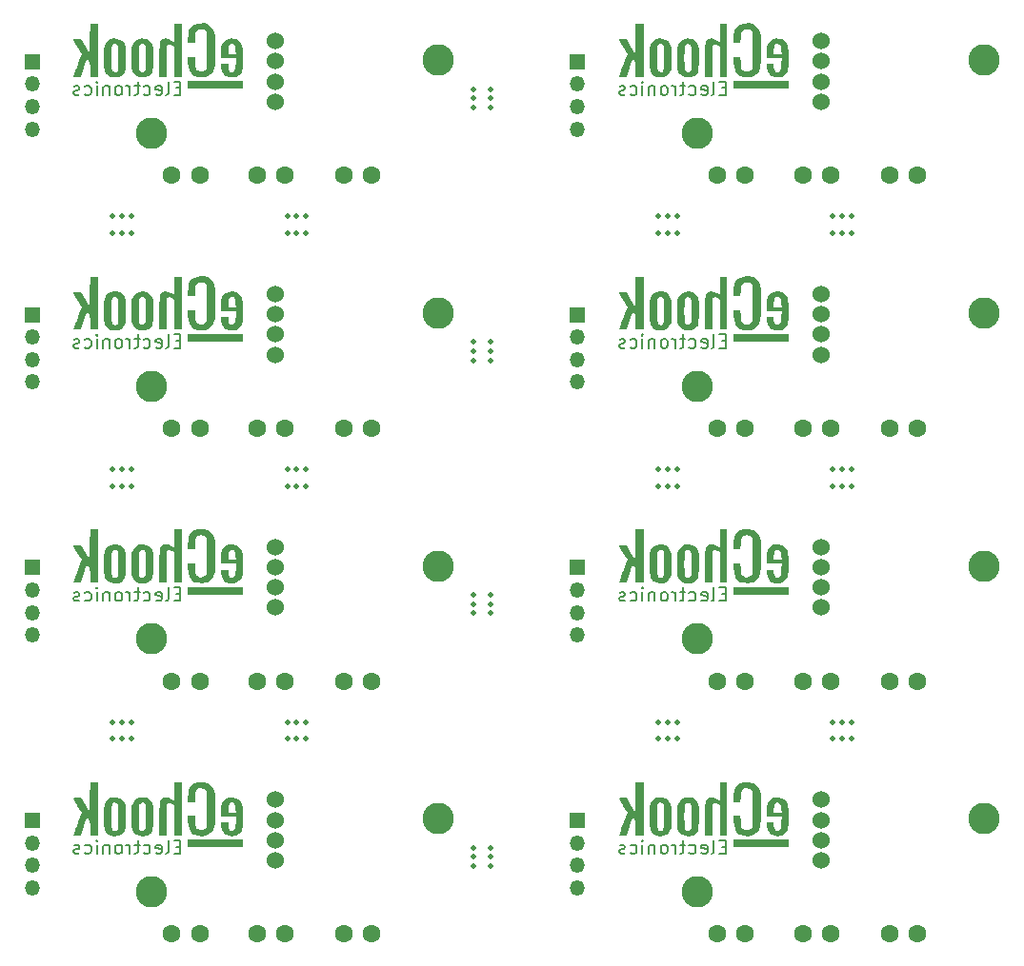
<source format=gbs>
G04 #@! TF.GenerationSoftware,KiCad,Pcbnew,(6.0.0)*
G04 #@! TF.CreationDate,2022-01-04T13:58:26+00:00*
G04 #@! TF.ProjectId,Panelized,50616e65-6c69-47a6-9564-2e6b69636164,rev?*
G04 #@! TF.SameCoordinates,Original*
G04 #@! TF.FileFunction,Soldermask,Bot*
G04 #@! TF.FilePolarity,Negative*
%FSLAX46Y46*%
G04 Gerber Fmt 4.6, Leading zero omitted, Abs format (unit mm)*
G04 Created by KiCad (PCBNEW (6.0.0)) date 2022-01-04 13:58:26*
%MOMM*%
%LPD*%
G01*
G04 APERTURE LIST*
%ADD10C,0.200000*%
%ADD11C,0.120000*%
%ADD12C,0.500000*%
%ADD13C,1.600000*%
%ADD14R,1.350000X1.350000*%
%ADD15O,1.350000X1.350000*%
%ADD16C,1.524000*%
%ADD17C,2.800000*%
G04 APERTURE END LIST*
D10*
G04 #@! TO.C,G\u002A\u002A\u002A*
X47446112Y-49082434D02*
X47042779Y-49082434D01*
X46869922Y-49716243D02*
X47446112Y-49716243D01*
X47446112Y-48506243D01*
X46869922Y-48506243D01*
X46178493Y-49716243D02*
X46293731Y-49658624D01*
X46351351Y-49543386D01*
X46351351Y-48506243D01*
X45256589Y-49658624D02*
X45371827Y-49716243D01*
X45602303Y-49716243D01*
X45717541Y-49658624D01*
X45775160Y-49543386D01*
X45775160Y-49082434D01*
X45717541Y-48967196D01*
X45602303Y-48909577D01*
X45371827Y-48909577D01*
X45256589Y-48967196D01*
X45198970Y-49082434D01*
X45198970Y-49197672D01*
X45775160Y-49312910D01*
X44161827Y-49658624D02*
X44277065Y-49716243D01*
X44507541Y-49716243D01*
X44622779Y-49658624D01*
X44680398Y-49601005D01*
X44738017Y-49485767D01*
X44738017Y-49140053D01*
X44680398Y-49024815D01*
X44622779Y-48967196D01*
X44507541Y-48909577D01*
X44277065Y-48909577D01*
X44161827Y-48967196D01*
X43816112Y-48909577D02*
X43355160Y-48909577D01*
X43643255Y-48506243D02*
X43643255Y-49543386D01*
X43585636Y-49658624D01*
X43470398Y-49716243D01*
X43355160Y-49716243D01*
X42951827Y-49716243D02*
X42951827Y-48909577D01*
X42951827Y-49140053D02*
X42894208Y-49024815D01*
X42836589Y-48967196D01*
X42721351Y-48909577D01*
X42606112Y-48909577D01*
X42029922Y-49716243D02*
X42145160Y-49658624D01*
X42202779Y-49601005D01*
X42260398Y-49485767D01*
X42260398Y-49140053D01*
X42202779Y-49024815D01*
X42145160Y-48967196D01*
X42029922Y-48909577D01*
X41857065Y-48909577D01*
X41741827Y-48967196D01*
X41684208Y-49024815D01*
X41626589Y-49140053D01*
X41626589Y-49485767D01*
X41684208Y-49601005D01*
X41741827Y-49658624D01*
X41857065Y-49716243D01*
X42029922Y-49716243D01*
X41108017Y-48909577D02*
X41108017Y-49716243D01*
X41108017Y-49024815D02*
X41050398Y-48967196D01*
X40935160Y-48909577D01*
X40762303Y-48909577D01*
X40647065Y-48967196D01*
X40589446Y-49082434D01*
X40589446Y-49716243D01*
X40013255Y-49716243D02*
X40013255Y-48909577D01*
X40013255Y-48506243D02*
X40070874Y-48563863D01*
X40013255Y-48621482D01*
X39955636Y-48563863D01*
X40013255Y-48506243D01*
X40013255Y-48621482D01*
X38918493Y-49658624D02*
X39033731Y-49716243D01*
X39264208Y-49716243D01*
X39379446Y-49658624D01*
X39437065Y-49601005D01*
X39494684Y-49485767D01*
X39494684Y-49140053D01*
X39437065Y-49024815D01*
X39379446Y-48967196D01*
X39264208Y-48909577D01*
X39033731Y-48909577D01*
X38918493Y-48967196D01*
X38457541Y-49658624D02*
X38342303Y-49716243D01*
X38111827Y-49716243D01*
X37996589Y-49658624D01*
X37938970Y-49543386D01*
X37938970Y-49485767D01*
X37996589Y-49370529D01*
X38111827Y-49312910D01*
X38284684Y-49312910D01*
X38399922Y-49255291D01*
X38457541Y-49140053D01*
X38457541Y-49082434D01*
X38399922Y-48967196D01*
X38284684Y-48909577D01*
X38111827Y-48909577D01*
X37996589Y-48967196D01*
X47446112Y-116582491D02*
X47042779Y-116582491D01*
X46869922Y-117216300D02*
X47446112Y-117216300D01*
X47446112Y-116006300D01*
X46869922Y-116006300D01*
X46178493Y-117216300D02*
X46293731Y-117158681D01*
X46351351Y-117043443D01*
X46351351Y-116006300D01*
X45256589Y-117158681D02*
X45371827Y-117216300D01*
X45602303Y-117216300D01*
X45717541Y-117158681D01*
X45775160Y-117043443D01*
X45775160Y-116582491D01*
X45717541Y-116467253D01*
X45602303Y-116409634D01*
X45371827Y-116409634D01*
X45256589Y-116467253D01*
X45198970Y-116582491D01*
X45198970Y-116697729D01*
X45775160Y-116812967D01*
X44161827Y-117158681D02*
X44277065Y-117216300D01*
X44507541Y-117216300D01*
X44622779Y-117158681D01*
X44680398Y-117101062D01*
X44738017Y-116985824D01*
X44738017Y-116640110D01*
X44680398Y-116524872D01*
X44622779Y-116467253D01*
X44507541Y-116409634D01*
X44277065Y-116409634D01*
X44161827Y-116467253D01*
X43816112Y-116409634D02*
X43355160Y-116409634D01*
X43643255Y-116006300D02*
X43643255Y-117043443D01*
X43585636Y-117158681D01*
X43470398Y-117216300D01*
X43355160Y-117216300D01*
X42951827Y-117216300D02*
X42951827Y-116409634D01*
X42951827Y-116640110D02*
X42894208Y-116524872D01*
X42836589Y-116467253D01*
X42721351Y-116409634D01*
X42606112Y-116409634D01*
X42029922Y-117216300D02*
X42145160Y-117158681D01*
X42202779Y-117101062D01*
X42260398Y-116985824D01*
X42260398Y-116640110D01*
X42202779Y-116524872D01*
X42145160Y-116467253D01*
X42029922Y-116409634D01*
X41857065Y-116409634D01*
X41741827Y-116467253D01*
X41684208Y-116524872D01*
X41626589Y-116640110D01*
X41626589Y-116985824D01*
X41684208Y-117101062D01*
X41741827Y-117158681D01*
X41857065Y-117216300D01*
X42029922Y-117216300D01*
X41108017Y-116409634D02*
X41108017Y-117216300D01*
X41108017Y-116524872D02*
X41050398Y-116467253D01*
X40935160Y-116409634D01*
X40762303Y-116409634D01*
X40647065Y-116467253D01*
X40589446Y-116582491D01*
X40589446Y-117216300D01*
X40013255Y-117216300D02*
X40013255Y-116409634D01*
X40013255Y-116006300D02*
X40070874Y-116063920D01*
X40013255Y-116121539D01*
X39955636Y-116063920D01*
X40013255Y-116006300D01*
X40013255Y-116121539D01*
X38918493Y-117158681D02*
X39033731Y-117216300D01*
X39264208Y-117216300D01*
X39379446Y-117158681D01*
X39437065Y-117101062D01*
X39494684Y-116985824D01*
X39494684Y-116640110D01*
X39437065Y-116524872D01*
X39379446Y-116467253D01*
X39264208Y-116409634D01*
X39033731Y-116409634D01*
X38918493Y-116467253D01*
X38457541Y-117158681D02*
X38342303Y-117216300D01*
X38111827Y-117216300D01*
X37996589Y-117158681D01*
X37938970Y-117043443D01*
X37938970Y-116985824D01*
X37996589Y-116870586D01*
X38111827Y-116812967D01*
X38284684Y-116812967D01*
X38399922Y-116755348D01*
X38457541Y-116640110D01*
X38457541Y-116582491D01*
X38399922Y-116467253D01*
X38284684Y-116409634D01*
X38111827Y-116409634D01*
X37996589Y-116467253D01*
X95946132Y-94082472D02*
X95542799Y-94082472D01*
X95369942Y-94716281D02*
X95946132Y-94716281D01*
X95946132Y-93506281D01*
X95369942Y-93506281D01*
X94678513Y-94716281D02*
X94793751Y-94658662D01*
X94851371Y-94543424D01*
X94851371Y-93506281D01*
X93756609Y-94658662D02*
X93871847Y-94716281D01*
X94102323Y-94716281D01*
X94217561Y-94658662D01*
X94275180Y-94543424D01*
X94275180Y-94082472D01*
X94217561Y-93967234D01*
X94102323Y-93909615D01*
X93871847Y-93909615D01*
X93756609Y-93967234D01*
X93698990Y-94082472D01*
X93698990Y-94197710D01*
X94275180Y-94312948D01*
X92661847Y-94658662D02*
X92777085Y-94716281D01*
X93007561Y-94716281D01*
X93122799Y-94658662D01*
X93180418Y-94601043D01*
X93238037Y-94485805D01*
X93238037Y-94140091D01*
X93180418Y-94024853D01*
X93122799Y-93967234D01*
X93007561Y-93909615D01*
X92777085Y-93909615D01*
X92661847Y-93967234D01*
X92316132Y-93909615D02*
X91855180Y-93909615D01*
X92143275Y-93506281D02*
X92143275Y-94543424D01*
X92085656Y-94658662D01*
X91970418Y-94716281D01*
X91855180Y-94716281D01*
X91451847Y-94716281D02*
X91451847Y-93909615D01*
X91451847Y-94140091D02*
X91394228Y-94024853D01*
X91336609Y-93967234D01*
X91221371Y-93909615D01*
X91106132Y-93909615D01*
X90529942Y-94716281D02*
X90645180Y-94658662D01*
X90702799Y-94601043D01*
X90760418Y-94485805D01*
X90760418Y-94140091D01*
X90702799Y-94024853D01*
X90645180Y-93967234D01*
X90529942Y-93909615D01*
X90357085Y-93909615D01*
X90241847Y-93967234D01*
X90184228Y-94024853D01*
X90126609Y-94140091D01*
X90126609Y-94485805D01*
X90184228Y-94601043D01*
X90241847Y-94658662D01*
X90357085Y-94716281D01*
X90529942Y-94716281D01*
X89608037Y-93909615D02*
X89608037Y-94716281D01*
X89608037Y-94024853D02*
X89550418Y-93967234D01*
X89435180Y-93909615D01*
X89262323Y-93909615D01*
X89147085Y-93967234D01*
X89089466Y-94082472D01*
X89089466Y-94716281D01*
X88513275Y-94716281D02*
X88513275Y-93909615D01*
X88513275Y-93506281D02*
X88570894Y-93563901D01*
X88513275Y-93621520D01*
X88455656Y-93563901D01*
X88513275Y-93506281D01*
X88513275Y-93621520D01*
X87418513Y-94658662D02*
X87533751Y-94716281D01*
X87764228Y-94716281D01*
X87879466Y-94658662D01*
X87937085Y-94601043D01*
X87994704Y-94485805D01*
X87994704Y-94140091D01*
X87937085Y-94024853D01*
X87879466Y-93967234D01*
X87764228Y-93909615D01*
X87533751Y-93909615D01*
X87418513Y-93967234D01*
X86957561Y-94658662D02*
X86842323Y-94716281D01*
X86611847Y-94716281D01*
X86496609Y-94658662D01*
X86438990Y-94543424D01*
X86438990Y-94485805D01*
X86496609Y-94370567D01*
X86611847Y-94312948D01*
X86784704Y-94312948D01*
X86899942Y-94255329D01*
X86957561Y-94140091D01*
X86957561Y-94082472D01*
X86899942Y-93967234D01*
X86784704Y-93909615D01*
X86611847Y-93909615D01*
X86496609Y-93967234D01*
X95946132Y-49082434D02*
X95542799Y-49082434D01*
X95369942Y-49716243D02*
X95946132Y-49716243D01*
X95946132Y-48506243D01*
X95369942Y-48506243D01*
X94678513Y-49716243D02*
X94793751Y-49658624D01*
X94851371Y-49543386D01*
X94851371Y-48506243D01*
X93756609Y-49658624D02*
X93871847Y-49716243D01*
X94102323Y-49716243D01*
X94217561Y-49658624D01*
X94275180Y-49543386D01*
X94275180Y-49082434D01*
X94217561Y-48967196D01*
X94102323Y-48909577D01*
X93871847Y-48909577D01*
X93756609Y-48967196D01*
X93698990Y-49082434D01*
X93698990Y-49197672D01*
X94275180Y-49312910D01*
X92661847Y-49658624D02*
X92777085Y-49716243D01*
X93007561Y-49716243D01*
X93122799Y-49658624D01*
X93180418Y-49601005D01*
X93238037Y-49485767D01*
X93238037Y-49140053D01*
X93180418Y-49024815D01*
X93122799Y-48967196D01*
X93007561Y-48909577D01*
X92777085Y-48909577D01*
X92661847Y-48967196D01*
X92316132Y-48909577D02*
X91855180Y-48909577D01*
X92143275Y-48506243D02*
X92143275Y-49543386D01*
X92085656Y-49658624D01*
X91970418Y-49716243D01*
X91855180Y-49716243D01*
X91451847Y-49716243D02*
X91451847Y-48909577D01*
X91451847Y-49140053D02*
X91394228Y-49024815D01*
X91336609Y-48967196D01*
X91221371Y-48909577D01*
X91106132Y-48909577D01*
X90529942Y-49716243D02*
X90645180Y-49658624D01*
X90702799Y-49601005D01*
X90760418Y-49485767D01*
X90760418Y-49140053D01*
X90702799Y-49024815D01*
X90645180Y-48967196D01*
X90529942Y-48909577D01*
X90357085Y-48909577D01*
X90241847Y-48967196D01*
X90184228Y-49024815D01*
X90126609Y-49140053D01*
X90126609Y-49485767D01*
X90184228Y-49601005D01*
X90241847Y-49658624D01*
X90357085Y-49716243D01*
X90529942Y-49716243D01*
X89608037Y-48909577D02*
X89608037Y-49716243D01*
X89608037Y-49024815D02*
X89550418Y-48967196D01*
X89435180Y-48909577D01*
X89262323Y-48909577D01*
X89147085Y-48967196D01*
X89089466Y-49082434D01*
X89089466Y-49716243D01*
X88513275Y-49716243D02*
X88513275Y-48909577D01*
X88513275Y-48506243D02*
X88570894Y-48563863D01*
X88513275Y-48621482D01*
X88455656Y-48563863D01*
X88513275Y-48506243D01*
X88513275Y-48621482D01*
X87418513Y-49658624D02*
X87533751Y-49716243D01*
X87764228Y-49716243D01*
X87879466Y-49658624D01*
X87937085Y-49601005D01*
X87994704Y-49485767D01*
X87994704Y-49140053D01*
X87937085Y-49024815D01*
X87879466Y-48967196D01*
X87764228Y-48909577D01*
X87533751Y-48909577D01*
X87418513Y-48967196D01*
X86957561Y-49658624D02*
X86842323Y-49716243D01*
X86611847Y-49716243D01*
X86496609Y-49658624D01*
X86438990Y-49543386D01*
X86438990Y-49485767D01*
X86496609Y-49370529D01*
X86611847Y-49312910D01*
X86784704Y-49312910D01*
X86899942Y-49255291D01*
X86957561Y-49140053D01*
X86957561Y-49082434D01*
X86899942Y-48967196D01*
X86784704Y-48909577D01*
X86611847Y-48909577D01*
X86496609Y-48967196D01*
X47446112Y-94082472D02*
X47042779Y-94082472D01*
X46869922Y-94716281D02*
X47446112Y-94716281D01*
X47446112Y-93506281D01*
X46869922Y-93506281D01*
X46178493Y-94716281D02*
X46293731Y-94658662D01*
X46351351Y-94543424D01*
X46351351Y-93506281D01*
X45256589Y-94658662D02*
X45371827Y-94716281D01*
X45602303Y-94716281D01*
X45717541Y-94658662D01*
X45775160Y-94543424D01*
X45775160Y-94082472D01*
X45717541Y-93967234D01*
X45602303Y-93909615D01*
X45371827Y-93909615D01*
X45256589Y-93967234D01*
X45198970Y-94082472D01*
X45198970Y-94197710D01*
X45775160Y-94312948D01*
X44161827Y-94658662D02*
X44277065Y-94716281D01*
X44507541Y-94716281D01*
X44622779Y-94658662D01*
X44680398Y-94601043D01*
X44738017Y-94485805D01*
X44738017Y-94140091D01*
X44680398Y-94024853D01*
X44622779Y-93967234D01*
X44507541Y-93909615D01*
X44277065Y-93909615D01*
X44161827Y-93967234D01*
X43816112Y-93909615D02*
X43355160Y-93909615D01*
X43643255Y-93506281D02*
X43643255Y-94543424D01*
X43585636Y-94658662D01*
X43470398Y-94716281D01*
X43355160Y-94716281D01*
X42951827Y-94716281D02*
X42951827Y-93909615D01*
X42951827Y-94140091D02*
X42894208Y-94024853D01*
X42836589Y-93967234D01*
X42721351Y-93909615D01*
X42606112Y-93909615D01*
X42029922Y-94716281D02*
X42145160Y-94658662D01*
X42202779Y-94601043D01*
X42260398Y-94485805D01*
X42260398Y-94140091D01*
X42202779Y-94024853D01*
X42145160Y-93967234D01*
X42029922Y-93909615D01*
X41857065Y-93909615D01*
X41741827Y-93967234D01*
X41684208Y-94024853D01*
X41626589Y-94140091D01*
X41626589Y-94485805D01*
X41684208Y-94601043D01*
X41741827Y-94658662D01*
X41857065Y-94716281D01*
X42029922Y-94716281D01*
X41108017Y-93909615D02*
X41108017Y-94716281D01*
X41108017Y-94024853D02*
X41050398Y-93967234D01*
X40935160Y-93909615D01*
X40762303Y-93909615D01*
X40647065Y-93967234D01*
X40589446Y-94082472D01*
X40589446Y-94716281D01*
X40013255Y-94716281D02*
X40013255Y-93909615D01*
X40013255Y-93506281D02*
X40070874Y-93563901D01*
X40013255Y-93621520D01*
X39955636Y-93563901D01*
X40013255Y-93506281D01*
X40013255Y-93621520D01*
X38918493Y-94658662D02*
X39033731Y-94716281D01*
X39264208Y-94716281D01*
X39379446Y-94658662D01*
X39437065Y-94601043D01*
X39494684Y-94485805D01*
X39494684Y-94140091D01*
X39437065Y-94024853D01*
X39379446Y-93967234D01*
X39264208Y-93909615D01*
X39033731Y-93909615D01*
X38918493Y-93967234D01*
X38457541Y-94658662D02*
X38342303Y-94716281D01*
X38111827Y-94716281D01*
X37996589Y-94658662D01*
X37938970Y-94543424D01*
X37938970Y-94485805D01*
X37996589Y-94370567D01*
X38111827Y-94312948D01*
X38284684Y-94312948D01*
X38399922Y-94255329D01*
X38457541Y-94140091D01*
X38457541Y-94082472D01*
X38399922Y-93967234D01*
X38284684Y-93909615D01*
X38111827Y-93909615D01*
X37996589Y-93967234D01*
X95946132Y-71582453D02*
X95542799Y-71582453D01*
X95369942Y-72216262D02*
X95946132Y-72216262D01*
X95946132Y-71006262D01*
X95369942Y-71006262D01*
X94678513Y-72216262D02*
X94793751Y-72158643D01*
X94851371Y-72043405D01*
X94851371Y-71006262D01*
X93756609Y-72158643D02*
X93871847Y-72216262D01*
X94102323Y-72216262D01*
X94217561Y-72158643D01*
X94275180Y-72043405D01*
X94275180Y-71582453D01*
X94217561Y-71467215D01*
X94102323Y-71409596D01*
X93871847Y-71409596D01*
X93756609Y-71467215D01*
X93698990Y-71582453D01*
X93698990Y-71697691D01*
X94275180Y-71812929D01*
X92661847Y-72158643D02*
X92777085Y-72216262D01*
X93007561Y-72216262D01*
X93122799Y-72158643D01*
X93180418Y-72101024D01*
X93238037Y-71985786D01*
X93238037Y-71640072D01*
X93180418Y-71524834D01*
X93122799Y-71467215D01*
X93007561Y-71409596D01*
X92777085Y-71409596D01*
X92661847Y-71467215D01*
X92316132Y-71409596D02*
X91855180Y-71409596D01*
X92143275Y-71006262D02*
X92143275Y-72043405D01*
X92085656Y-72158643D01*
X91970418Y-72216262D01*
X91855180Y-72216262D01*
X91451847Y-72216262D02*
X91451847Y-71409596D01*
X91451847Y-71640072D02*
X91394228Y-71524834D01*
X91336609Y-71467215D01*
X91221371Y-71409596D01*
X91106132Y-71409596D01*
X90529942Y-72216262D02*
X90645180Y-72158643D01*
X90702799Y-72101024D01*
X90760418Y-71985786D01*
X90760418Y-71640072D01*
X90702799Y-71524834D01*
X90645180Y-71467215D01*
X90529942Y-71409596D01*
X90357085Y-71409596D01*
X90241847Y-71467215D01*
X90184228Y-71524834D01*
X90126609Y-71640072D01*
X90126609Y-71985786D01*
X90184228Y-72101024D01*
X90241847Y-72158643D01*
X90357085Y-72216262D01*
X90529942Y-72216262D01*
X89608037Y-71409596D02*
X89608037Y-72216262D01*
X89608037Y-71524834D02*
X89550418Y-71467215D01*
X89435180Y-71409596D01*
X89262323Y-71409596D01*
X89147085Y-71467215D01*
X89089466Y-71582453D01*
X89089466Y-72216262D01*
X88513275Y-72216262D02*
X88513275Y-71409596D01*
X88513275Y-71006262D02*
X88570894Y-71063882D01*
X88513275Y-71121501D01*
X88455656Y-71063882D01*
X88513275Y-71006262D01*
X88513275Y-71121501D01*
X87418513Y-72158643D02*
X87533751Y-72216262D01*
X87764228Y-72216262D01*
X87879466Y-72158643D01*
X87937085Y-72101024D01*
X87994704Y-71985786D01*
X87994704Y-71640072D01*
X87937085Y-71524834D01*
X87879466Y-71467215D01*
X87764228Y-71409596D01*
X87533751Y-71409596D01*
X87418513Y-71467215D01*
X86957561Y-72158643D02*
X86842323Y-72216262D01*
X86611847Y-72216262D01*
X86496609Y-72158643D01*
X86438990Y-72043405D01*
X86438990Y-71985786D01*
X86496609Y-71870548D01*
X86611847Y-71812929D01*
X86784704Y-71812929D01*
X86899942Y-71755310D01*
X86957561Y-71640072D01*
X86957561Y-71582453D01*
X86899942Y-71467215D01*
X86784704Y-71409596D01*
X86611847Y-71409596D01*
X86496609Y-71467215D01*
X47446112Y-71582453D02*
X47042779Y-71582453D01*
X46869922Y-72216262D02*
X47446112Y-72216262D01*
X47446112Y-71006262D01*
X46869922Y-71006262D01*
X46178493Y-72216262D02*
X46293731Y-72158643D01*
X46351351Y-72043405D01*
X46351351Y-71006262D01*
X45256589Y-72158643D02*
X45371827Y-72216262D01*
X45602303Y-72216262D01*
X45717541Y-72158643D01*
X45775160Y-72043405D01*
X45775160Y-71582453D01*
X45717541Y-71467215D01*
X45602303Y-71409596D01*
X45371827Y-71409596D01*
X45256589Y-71467215D01*
X45198970Y-71582453D01*
X45198970Y-71697691D01*
X45775160Y-71812929D01*
X44161827Y-72158643D02*
X44277065Y-72216262D01*
X44507541Y-72216262D01*
X44622779Y-72158643D01*
X44680398Y-72101024D01*
X44738017Y-71985786D01*
X44738017Y-71640072D01*
X44680398Y-71524834D01*
X44622779Y-71467215D01*
X44507541Y-71409596D01*
X44277065Y-71409596D01*
X44161827Y-71467215D01*
X43816112Y-71409596D02*
X43355160Y-71409596D01*
X43643255Y-71006262D02*
X43643255Y-72043405D01*
X43585636Y-72158643D01*
X43470398Y-72216262D01*
X43355160Y-72216262D01*
X42951827Y-72216262D02*
X42951827Y-71409596D01*
X42951827Y-71640072D02*
X42894208Y-71524834D01*
X42836589Y-71467215D01*
X42721351Y-71409596D01*
X42606112Y-71409596D01*
X42029922Y-72216262D02*
X42145160Y-72158643D01*
X42202779Y-72101024D01*
X42260398Y-71985786D01*
X42260398Y-71640072D01*
X42202779Y-71524834D01*
X42145160Y-71467215D01*
X42029922Y-71409596D01*
X41857065Y-71409596D01*
X41741827Y-71467215D01*
X41684208Y-71524834D01*
X41626589Y-71640072D01*
X41626589Y-71985786D01*
X41684208Y-72101024D01*
X41741827Y-72158643D01*
X41857065Y-72216262D01*
X42029922Y-72216262D01*
X41108017Y-71409596D02*
X41108017Y-72216262D01*
X41108017Y-71524834D02*
X41050398Y-71467215D01*
X40935160Y-71409596D01*
X40762303Y-71409596D01*
X40647065Y-71467215D01*
X40589446Y-71582453D01*
X40589446Y-72216262D01*
X40013255Y-72216262D02*
X40013255Y-71409596D01*
X40013255Y-71006262D02*
X40070874Y-71063882D01*
X40013255Y-71121501D01*
X39955636Y-71063882D01*
X40013255Y-71006262D01*
X40013255Y-71121501D01*
X38918493Y-72158643D02*
X39033731Y-72216262D01*
X39264208Y-72216262D01*
X39379446Y-72158643D01*
X39437065Y-72101024D01*
X39494684Y-71985786D01*
X39494684Y-71640072D01*
X39437065Y-71524834D01*
X39379446Y-71467215D01*
X39264208Y-71409596D01*
X39033731Y-71409596D01*
X38918493Y-71467215D01*
X38457541Y-72158643D02*
X38342303Y-72216262D01*
X38111827Y-72216262D01*
X37996589Y-72158643D01*
X37938970Y-72043405D01*
X37938970Y-71985786D01*
X37996589Y-71870548D01*
X38111827Y-71812929D01*
X38284684Y-71812929D01*
X38399922Y-71755310D01*
X38457541Y-71640072D01*
X38457541Y-71582453D01*
X38399922Y-71467215D01*
X38284684Y-71409596D01*
X38111827Y-71409596D01*
X37996589Y-71467215D01*
X95946132Y-116582491D02*
X95542799Y-116582491D01*
X95369942Y-117216300D02*
X95946132Y-117216300D01*
X95946132Y-116006300D01*
X95369942Y-116006300D01*
X94678513Y-117216300D02*
X94793751Y-117158681D01*
X94851371Y-117043443D01*
X94851371Y-116006300D01*
X93756609Y-117158681D02*
X93871847Y-117216300D01*
X94102323Y-117216300D01*
X94217561Y-117158681D01*
X94275180Y-117043443D01*
X94275180Y-116582491D01*
X94217561Y-116467253D01*
X94102323Y-116409634D01*
X93871847Y-116409634D01*
X93756609Y-116467253D01*
X93698990Y-116582491D01*
X93698990Y-116697729D01*
X94275180Y-116812967D01*
X92661847Y-117158681D02*
X92777085Y-117216300D01*
X93007561Y-117216300D01*
X93122799Y-117158681D01*
X93180418Y-117101062D01*
X93238037Y-116985824D01*
X93238037Y-116640110D01*
X93180418Y-116524872D01*
X93122799Y-116467253D01*
X93007561Y-116409634D01*
X92777085Y-116409634D01*
X92661847Y-116467253D01*
X92316132Y-116409634D02*
X91855180Y-116409634D01*
X92143275Y-116006300D02*
X92143275Y-117043443D01*
X92085656Y-117158681D01*
X91970418Y-117216300D01*
X91855180Y-117216300D01*
X91451847Y-117216300D02*
X91451847Y-116409634D01*
X91451847Y-116640110D02*
X91394228Y-116524872D01*
X91336609Y-116467253D01*
X91221371Y-116409634D01*
X91106132Y-116409634D01*
X90529942Y-117216300D02*
X90645180Y-117158681D01*
X90702799Y-117101062D01*
X90760418Y-116985824D01*
X90760418Y-116640110D01*
X90702799Y-116524872D01*
X90645180Y-116467253D01*
X90529942Y-116409634D01*
X90357085Y-116409634D01*
X90241847Y-116467253D01*
X90184228Y-116524872D01*
X90126609Y-116640110D01*
X90126609Y-116985824D01*
X90184228Y-117101062D01*
X90241847Y-117158681D01*
X90357085Y-117216300D01*
X90529942Y-117216300D01*
X89608037Y-116409634D02*
X89608037Y-117216300D01*
X89608037Y-116524872D02*
X89550418Y-116467253D01*
X89435180Y-116409634D01*
X89262323Y-116409634D01*
X89147085Y-116467253D01*
X89089466Y-116582491D01*
X89089466Y-117216300D01*
X88513275Y-117216300D02*
X88513275Y-116409634D01*
X88513275Y-116006300D02*
X88570894Y-116063920D01*
X88513275Y-116121539D01*
X88455656Y-116063920D01*
X88513275Y-116006300D01*
X88513275Y-116121539D01*
X87418513Y-117158681D02*
X87533751Y-117216300D01*
X87764228Y-117216300D01*
X87879466Y-117158681D01*
X87937085Y-117101062D01*
X87994704Y-116985824D01*
X87994704Y-116640110D01*
X87937085Y-116524872D01*
X87879466Y-116467253D01*
X87764228Y-116409634D01*
X87533751Y-116409634D01*
X87418513Y-116467253D01*
X86957561Y-117158681D02*
X86842323Y-117216300D01*
X86611847Y-117216300D01*
X86496609Y-117158681D01*
X86438990Y-117043443D01*
X86438990Y-116985824D01*
X86496609Y-116870586D01*
X86611847Y-116812967D01*
X86784704Y-116812967D01*
X86899942Y-116755348D01*
X86957561Y-116640110D01*
X86957561Y-116582491D01*
X86899942Y-116467253D01*
X86784704Y-116409634D01*
X86611847Y-116409634D01*
X86496609Y-116467253D01*
D11*
X52921351Y-48468863D02*
X48121351Y-48468863D01*
X48121351Y-48468863D02*
X48121351Y-49068863D01*
X48121351Y-49068863D02*
X52921351Y-49068863D01*
X52921351Y-49068863D02*
X52921351Y-48468863D01*
G36*
X52921351Y-48468863D02*
G01*
X48121351Y-48468863D01*
X48121351Y-49068863D01*
X52921351Y-49068863D01*
X52921351Y-48468863D01*
G37*
G36*
X52979914Y-46582686D02*
G01*
X52977478Y-46927526D01*
X52970874Y-47183122D01*
X52958500Y-47368057D01*
X52938751Y-47500915D01*
X52910022Y-47600280D01*
X52870711Y-47684736D01*
X52694619Y-47922254D01*
X52434854Y-48098261D01*
X52378030Y-48113318D01*
X52223547Y-48132298D01*
X52029742Y-48141369D01*
X51806742Y-48128666D01*
X51510053Y-48040776D01*
X51289711Y-47867524D01*
X51143056Y-47606460D01*
X51067427Y-47255135D01*
X51034487Y-46935983D01*
X51684163Y-46935983D01*
X51684163Y-47182351D01*
X51684217Y-47192526D01*
X51719827Y-47424173D01*
X51809679Y-47589430D01*
X51936663Y-47676317D01*
X52083667Y-47672852D01*
X52233581Y-47567054D01*
X52271035Y-47515175D01*
X52316014Y-47395107D01*
X52345543Y-47209464D01*
X52364746Y-46933494D01*
X52389410Y-46417616D01*
X51035202Y-46417616D01*
X51051988Y-46072037D01*
X51684163Y-46072037D01*
X52390199Y-46072037D01*
X52350661Y-45722570D01*
X52332936Y-45574905D01*
X52300993Y-45382873D01*
X52260275Y-45268031D01*
X52200132Y-45206046D01*
X52109912Y-45172585D01*
X52073267Y-45164606D01*
X51899289Y-45174172D01*
X51778110Y-45278822D01*
X51707234Y-45482163D01*
X51684163Y-45787805D01*
X51684163Y-46072037D01*
X51051988Y-46072037D01*
X51062479Y-45856051D01*
X51090295Y-45529868D01*
X51161351Y-45199470D01*
X51279970Y-44960851D01*
X51454713Y-44803440D01*
X51694144Y-44716660D01*
X52006825Y-44689940D01*
X52111340Y-44693085D01*
X52422838Y-44755914D01*
X52667843Y-44905679D01*
X52861775Y-45150691D01*
X52892080Y-45206135D01*
X52926226Y-45291048D01*
X52950258Y-45397894D01*
X52965918Y-45545323D01*
X52974948Y-45751987D01*
X52979088Y-46036534D01*
X52979181Y-46072037D01*
X52980082Y-46417616D01*
X52979914Y-46582686D01*
G37*
G36*
X40107293Y-48087910D02*
G01*
X39416136Y-48087910D01*
X39416136Y-47448838D01*
X39416080Y-47405596D01*
X39410681Y-47107070D01*
X39394392Y-46896454D01*
X39364258Y-46749632D01*
X39317323Y-46642489D01*
X39308379Y-46627556D01*
X39234685Y-46519608D01*
X39187731Y-46475608D01*
X39178281Y-46487447D01*
X39133883Y-46583552D01*
X39062541Y-46760557D01*
X38971741Y-46999536D01*
X38868971Y-47281561D01*
X38580989Y-48087117D01*
X38251258Y-48087514D01*
X37921528Y-48087910D01*
X38087044Y-47641538D01*
X38121977Y-47547476D01*
X38229916Y-47257921D01*
X38350382Y-46935898D01*
X38463227Y-46635301D01*
X38673894Y-46075436D01*
X38296262Y-45435372D01*
X38272373Y-45394833D01*
X38134126Y-45158221D01*
X38021746Y-44962523D01*
X37946244Y-44827101D01*
X37918630Y-44771314D01*
X37951633Y-44760937D01*
X38071849Y-44751258D01*
X38249810Y-44747653D01*
X38580989Y-44747985D01*
X38984163Y-45410615D01*
X39387338Y-46073245D01*
X39402779Y-44719127D01*
X39418221Y-43365008D01*
X40107293Y-43365008D01*
X40107293Y-48087910D01*
G37*
G36*
X49836277Y-43417426D02*
G01*
X50124400Y-43592084D01*
X50343536Y-43848711D01*
X50482135Y-44180924D01*
X50484562Y-44190764D01*
X50513205Y-44376203D01*
X50535469Y-44649112D01*
X50551346Y-44986994D01*
X50560831Y-45367350D01*
X50563916Y-45767684D01*
X50560593Y-46165495D01*
X50550857Y-46538287D01*
X50534700Y-46863560D01*
X50512115Y-47118818D01*
X50483095Y-47281561D01*
X50359399Y-47576212D01*
X50148140Y-47850382D01*
X49876564Y-48035318D01*
X49669943Y-48102528D01*
X49340206Y-48141488D01*
X49003565Y-48119238D01*
X48712252Y-48035761D01*
X48623794Y-47990398D01*
X48395626Y-47802267D01*
X48236843Y-47537611D01*
X48143965Y-47188947D01*
X48113509Y-46748795D01*
X48113188Y-46360019D01*
X48732303Y-46360019D01*
X48758466Y-46858481D01*
X48767295Y-47011108D01*
X48785740Y-47205028D01*
X48815260Y-47330138D01*
X48864397Y-47415966D01*
X48941689Y-47492041D01*
X48983825Y-47525100D01*
X49203597Y-47618132D01*
X49435278Y-47605759D01*
X49650679Y-47488135D01*
X49812281Y-47349131D01*
X49812281Y-44103583D01*
X49676309Y-43993479D01*
X49532483Y-43918452D01*
X49267662Y-43883375D01*
X49245485Y-43883498D01*
X49052245Y-43902824D01*
X48919155Y-43967241D01*
X48833928Y-44094141D01*
X48784276Y-44300919D01*
X48757913Y-44604970D01*
X48732303Y-45092899D01*
X48101727Y-45092899D01*
X48123318Y-44588931D01*
X48129917Y-44471231D01*
X48182359Y-44091823D01*
X48285461Y-43804066D01*
X48448608Y-43594672D01*
X48681181Y-43450350D01*
X48992564Y-43357812D01*
X49099272Y-43339549D01*
X49490717Y-43331120D01*
X49836277Y-43417426D01*
G37*
G36*
X45031391Y-46604093D02*
G01*
X45025533Y-46991176D01*
X45008978Y-47287524D01*
X44977063Y-47510494D01*
X44925126Y-47677442D01*
X44848508Y-47805725D01*
X44742545Y-47912699D01*
X44602577Y-48015719D01*
X44529462Y-48059813D01*
X44338411Y-48126149D01*
X44087324Y-48145417D01*
X43865256Y-48132296D01*
X43589915Y-48055499D01*
X43380632Y-47900377D01*
X43217886Y-47655938D01*
X43185347Y-47588970D01*
X43140864Y-47481610D01*
X43110145Y-47368210D01*
X43090659Y-47226940D01*
X43079874Y-47035971D01*
X43075260Y-46773472D01*
X43074284Y-46417616D01*
X43074459Y-46271508D01*
X43735278Y-46271508D01*
X43735649Y-46598001D01*
X43743310Y-46910538D01*
X43758262Y-47183873D01*
X43780506Y-47392758D01*
X43810043Y-47511947D01*
X43839448Y-47559265D01*
X43971544Y-47656962D01*
X44129271Y-47666662D01*
X44271636Y-47582133D01*
X44283500Y-47567923D01*
X44315548Y-47509389D01*
X44338651Y-47419182D01*
X44354200Y-47280600D01*
X44363585Y-47076944D01*
X44368196Y-46791514D01*
X44369424Y-46407608D01*
X44368940Y-46105112D01*
X44366045Y-45804527D01*
X44359111Y-45589119D01*
X44346538Y-45441984D01*
X44326726Y-45346219D01*
X44298074Y-45284921D01*
X44258981Y-45241188D01*
X44244139Y-45228503D01*
X44085565Y-45162412D01*
X43928416Y-45196290D01*
X43810150Y-45323284D01*
X43806665Y-45330923D01*
X43777890Y-45460767D01*
X43756399Y-45677644D01*
X43742195Y-45956307D01*
X43735278Y-46271508D01*
X43074459Y-46271508D01*
X43074543Y-46201757D01*
X43077286Y-45901870D01*
X43085113Y-45682879D01*
X43100555Y-45522956D01*
X43126143Y-45400270D01*
X43164410Y-45292992D01*
X43217886Y-45179294D01*
X43318671Y-45010654D01*
X43509238Y-44825152D01*
X43758948Y-44721869D01*
X44087324Y-44689814D01*
X44132415Y-44690509D01*
X44453281Y-44747616D01*
X44710971Y-44899525D01*
X44913476Y-45150691D01*
X44943780Y-45206135D01*
X44977926Y-45291048D01*
X45001959Y-45397894D01*
X45017619Y-45545323D01*
X45026649Y-45751987D01*
X45030789Y-46036534D01*
X45031756Y-46407608D01*
X45031782Y-46417616D01*
X45031391Y-46604093D01*
G37*
G36*
X42611697Y-46633474D02*
G01*
X42608954Y-46933361D01*
X42601128Y-47152352D01*
X42585686Y-47312275D01*
X42560097Y-47434961D01*
X42521831Y-47542239D01*
X42468354Y-47655938D01*
X42310795Y-47898411D01*
X42123166Y-48044624D01*
X41882438Y-48123231D01*
X41591933Y-48147300D01*
X41310597Y-48111043D01*
X41083663Y-48015719D01*
X41022600Y-47973374D01*
X40896961Y-47870844D01*
X40803440Y-47757334D01*
X40737376Y-47615488D01*
X40694107Y-47427950D01*
X40668972Y-47177362D01*
X40657310Y-46846370D01*
X40654555Y-46432187D01*
X41306354Y-46432187D01*
X41310673Y-46757738D01*
X41322930Y-47059500D01*
X41343124Y-47314690D01*
X41371256Y-47500527D01*
X41407325Y-47594227D01*
X41483972Y-47646410D01*
X41630658Y-47684736D01*
X41674194Y-47683453D01*
X41758747Y-47665719D01*
X41821640Y-47616110D01*
X41866027Y-47520747D01*
X41895061Y-47365747D01*
X41911895Y-47137230D01*
X41919683Y-46821315D01*
X41921578Y-46404120D01*
X41920897Y-46036441D01*
X41917732Y-45749566D01*
X41910514Y-45545727D01*
X41897676Y-45408501D01*
X41877652Y-45321462D01*
X41848874Y-45268185D01*
X41809776Y-45232247D01*
X41732019Y-45185614D01*
X41559816Y-45157860D01*
X41407325Y-45241004D01*
X41403819Y-45244987D01*
X41368451Y-45347745D01*
X41341020Y-45540626D01*
X41321527Y-45800848D01*
X41309972Y-46105630D01*
X41306354Y-46432187D01*
X40654555Y-46432187D01*
X40654458Y-46417616D01*
X40654886Y-46143945D01*
X40657860Y-45831345D01*
X40665181Y-45602435D01*
X40678591Y-45438565D01*
X40699830Y-45321084D01*
X40730641Y-45231343D01*
X40772765Y-45150691D01*
X40795405Y-45113601D01*
X41004391Y-44875125D01*
X41269565Y-44735348D01*
X41598917Y-44689814D01*
X41820984Y-44702935D01*
X42096326Y-44779732D01*
X42305609Y-44934854D01*
X42468354Y-45179294D01*
X42500893Y-45246261D01*
X42545377Y-45353621D01*
X42576096Y-45467021D01*
X42595582Y-45608291D01*
X42606366Y-45799260D01*
X42610980Y-46061759D01*
X42611919Y-46404120D01*
X42611956Y-46417616D01*
X42611697Y-46633474D01*
G37*
G36*
X47537225Y-48087910D02*
G01*
X46903664Y-48087910D01*
X46903664Y-45394129D01*
X46761700Y-45301110D01*
X46644239Y-45244014D01*
X46474500Y-45210856D01*
X46329161Y-45229202D01*
X46247468Y-45299197D01*
X46241596Y-45333664D01*
X46232251Y-45474171D01*
X46224247Y-45702370D01*
X46218007Y-46000859D01*
X46213953Y-46352238D01*
X46212508Y-46739106D01*
X46212508Y-48087910D01*
X45578948Y-48087910D01*
X45578948Y-46587544D01*
X45579303Y-46261265D01*
X45582932Y-45808093D01*
X45593365Y-45451541D01*
X45614073Y-45180046D01*
X45648523Y-44982045D01*
X45700185Y-44845974D01*
X45772530Y-44760270D01*
X45869025Y-44713369D01*
X45993141Y-44693708D01*
X46148346Y-44689724D01*
X46362219Y-44728661D01*
X46633204Y-44861245D01*
X46903664Y-45032766D01*
X46903664Y-43365008D01*
X47537225Y-43365008D01*
X47537225Y-48087910D01*
G37*
X52921351Y-115968920D02*
X48121351Y-115968920D01*
X48121351Y-115968920D02*
X48121351Y-116568920D01*
X48121351Y-116568920D02*
X52921351Y-116568920D01*
X52921351Y-116568920D02*
X52921351Y-115968920D01*
G36*
X52921351Y-115968920D02*
G01*
X48121351Y-115968920D01*
X48121351Y-116568920D01*
X52921351Y-116568920D01*
X52921351Y-115968920D01*
G37*
G36*
X40107293Y-115587967D02*
G01*
X39416136Y-115587967D01*
X39416136Y-114948895D01*
X39416080Y-114905653D01*
X39410681Y-114607127D01*
X39394392Y-114396511D01*
X39364258Y-114249689D01*
X39317323Y-114142546D01*
X39308379Y-114127613D01*
X39234685Y-114019665D01*
X39187731Y-113975665D01*
X39178281Y-113987504D01*
X39133883Y-114083609D01*
X39062541Y-114260614D01*
X38971741Y-114499593D01*
X38868971Y-114781618D01*
X38580989Y-115587174D01*
X38251258Y-115587571D01*
X37921528Y-115587967D01*
X38087044Y-115141595D01*
X38121977Y-115047533D01*
X38229916Y-114757978D01*
X38350382Y-114435955D01*
X38463227Y-114135358D01*
X38673894Y-113575493D01*
X38296262Y-112935429D01*
X38272373Y-112894890D01*
X38134126Y-112658278D01*
X38021746Y-112462580D01*
X37946244Y-112327158D01*
X37918630Y-112271371D01*
X37951633Y-112260994D01*
X38071849Y-112251315D01*
X38249810Y-112247710D01*
X38580989Y-112248042D01*
X38984163Y-112910672D01*
X39387338Y-113573302D01*
X39402779Y-112219184D01*
X39418221Y-110865065D01*
X40107293Y-110865065D01*
X40107293Y-115587967D01*
G37*
G36*
X52979914Y-114082743D02*
G01*
X52977478Y-114427583D01*
X52970874Y-114683179D01*
X52958500Y-114868114D01*
X52938751Y-115000972D01*
X52910022Y-115100337D01*
X52870711Y-115184793D01*
X52694619Y-115422311D01*
X52434854Y-115598318D01*
X52378030Y-115613375D01*
X52223547Y-115632355D01*
X52029742Y-115641426D01*
X51806742Y-115628723D01*
X51510053Y-115540833D01*
X51289711Y-115367581D01*
X51143056Y-115106517D01*
X51067427Y-114755192D01*
X51034487Y-114436040D01*
X51684163Y-114436040D01*
X51684163Y-114682408D01*
X51684217Y-114692583D01*
X51719827Y-114924230D01*
X51809679Y-115089487D01*
X51936663Y-115176374D01*
X52083667Y-115172909D01*
X52233581Y-115067111D01*
X52271035Y-115015232D01*
X52316014Y-114895164D01*
X52345543Y-114709521D01*
X52364746Y-114433551D01*
X52389410Y-113917673D01*
X51035202Y-113917673D01*
X51051988Y-113572094D01*
X51684163Y-113572094D01*
X52390199Y-113572094D01*
X52350661Y-113222627D01*
X52332936Y-113074962D01*
X52300993Y-112882930D01*
X52260275Y-112768088D01*
X52200132Y-112706103D01*
X52109912Y-112672642D01*
X52073267Y-112664663D01*
X51899289Y-112674229D01*
X51778110Y-112778879D01*
X51707234Y-112982220D01*
X51684163Y-113287862D01*
X51684163Y-113572094D01*
X51051988Y-113572094D01*
X51062479Y-113356108D01*
X51090295Y-113029925D01*
X51161351Y-112699527D01*
X51279970Y-112460908D01*
X51454713Y-112303497D01*
X51694144Y-112216717D01*
X52006825Y-112189997D01*
X52111340Y-112193142D01*
X52422838Y-112255971D01*
X52667843Y-112405736D01*
X52861775Y-112650748D01*
X52892080Y-112706192D01*
X52926226Y-112791105D01*
X52950258Y-112897951D01*
X52965918Y-113045380D01*
X52974948Y-113252044D01*
X52979088Y-113536591D01*
X52979181Y-113572094D01*
X52980082Y-113917673D01*
X52979914Y-114082743D01*
G37*
G36*
X47537225Y-115587967D02*
G01*
X46903664Y-115587967D01*
X46903664Y-112894186D01*
X46761700Y-112801167D01*
X46644239Y-112744071D01*
X46474500Y-112710913D01*
X46329161Y-112729259D01*
X46247468Y-112799254D01*
X46241596Y-112833721D01*
X46232251Y-112974228D01*
X46224247Y-113202427D01*
X46218007Y-113500916D01*
X46213953Y-113852295D01*
X46212508Y-114239163D01*
X46212508Y-115587967D01*
X45578948Y-115587967D01*
X45578948Y-114087601D01*
X45579303Y-113761322D01*
X45582932Y-113308150D01*
X45593365Y-112951598D01*
X45614073Y-112680103D01*
X45648523Y-112482102D01*
X45700185Y-112346031D01*
X45772530Y-112260327D01*
X45869025Y-112213426D01*
X45993141Y-112193765D01*
X46148346Y-112189781D01*
X46362219Y-112228718D01*
X46633204Y-112361302D01*
X46903664Y-112532823D01*
X46903664Y-110865065D01*
X47537225Y-110865065D01*
X47537225Y-115587967D01*
G37*
G36*
X42611697Y-114133531D02*
G01*
X42608954Y-114433418D01*
X42601128Y-114652409D01*
X42585686Y-114812332D01*
X42560097Y-114935018D01*
X42521831Y-115042296D01*
X42468354Y-115155995D01*
X42310795Y-115398468D01*
X42123166Y-115544681D01*
X41882438Y-115623288D01*
X41591933Y-115647357D01*
X41310597Y-115611100D01*
X41083663Y-115515776D01*
X41022600Y-115473431D01*
X40896961Y-115370901D01*
X40803440Y-115257391D01*
X40737376Y-115115545D01*
X40694107Y-114928007D01*
X40668972Y-114677419D01*
X40657310Y-114346427D01*
X40654555Y-113932244D01*
X41306354Y-113932244D01*
X41310673Y-114257795D01*
X41322930Y-114559557D01*
X41343124Y-114814747D01*
X41371256Y-115000584D01*
X41407325Y-115094284D01*
X41483972Y-115146467D01*
X41630658Y-115184793D01*
X41674194Y-115183510D01*
X41758747Y-115165776D01*
X41821640Y-115116167D01*
X41866027Y-115020804D01*
X41895061Y-114865804D01*
X41911895Y-114637287D01*
X41919683Y-114321372D01*
X41921578Y-113904177D01*
X41920897Y-113536498D01*
X41917732Y-113249623D01*
X41910514Y-113045784D01*
X41897676Y-112908558D01*
X41877652Y-112821519D01*
X41848874Y-112768242D01*
X41809776Y-112732304D01*
X41732019Y-112685671D01*
X41559816Y-112657917D01*
X41407325Y-112741061D01*
X41403819Y-112745044D01*
X41368451Y-112847802D01*
X41341020Y-113040683D01*
X41321527Y-113300905D01*
X41309972Y-113605687D01*
X41306354Y-113932244D01*
X40654555Y-113932244D01*
X40654458Y-113917673D01*
X40654886Y-113644002D01*
X40657860Y-113331402D01*
X40665181Y-113102492D01*
X40678591Y-112938622D01*
X40699830Y-112821141D01*
X40730641Y-112731400D01*
X40772765Y-112650748D01*
X40795405Y-112613658D01*
X41004391Y-112375182D01*
X41269565Y-112235405D01*
X41598917Y-112189871D01*
X41820984Y-112202992D01*
X42096326Y-112279789D01*
X42305609Y-112434911D01*
X42468354Y-112679351D01*
X42500893Y-112746318D01*
X42545377Y-112853678D01*
X42576096Y-112967078D01*
X42595582Y-113108348D01*
X42606366Y-113299317D01*
X42610980Y-113561816D01*
X42611919Y-113904177D01*
X42611956Y-113917673D01*
X42611697Y-114133531D01*
G37*
G36*
X45031391Y-114104150D02*
G01*
X45025533Y-114491233D01*
X45008978Y-114787581D01*
X44977063Y-115010551D01*
X44925126Y-115177499D01*
X44848508Y-115305782D01*
X44742545Y-115412756D01*
X44602577Y-115515776D01*
X44529462Y-115559870D01*
X44338411Y-115626206D01*
X44087324Y-115645474D01*
X43865256Y-115632353D01*
X43589915Y-115555556D01*
X43380632Y-115400434D01*
X43217886Y-115155995D01*
X43185347Y-115089027D01*
X43140864Y-114981667D01*
X43110145Y-114868267D01*
X43090659Y-114726997D01*
X43079874Y-114536028D01*
X43075260Y-114273529D01*
X43074284Y-113917673D01*
X43074459Y-113771565D01*
X43735278Y-113771565D01*
X43735649Y-114098058D01*
X43743310Y-114410595D01*
X43758262Y-114683930D01*
X43780506Y-114892815D01*
X43810043Y-115012004D01*
X43839448Y-115059322D01*
X43971544Y-115157019D01*
X44129271Y-115166719D01*
X44271636Y-115082190D01*
X44283500Y-115067980D01*
X44315548Y-115009446D01*
X44338651Y-114919239D01*
X44354200Y-114780657D01*
X44363585Y-114577001D01*
X44368196Y-114291571D01*
X44369424Y-113907665D01*
X44368940Y-113605169D01*
X44366045Y-113304584D01*
X44359111Y-113089176D01*
X44346538Y-112942041D01*
X44326726Y-112846276D01*
X44298074Y-112784978D01*
X44258981Y-112741245D01*
X44244139Y-112728560D01*
X44085565Y-112662469D01*
X43928416Y-112696347D01*
X43810150Y-112823341D01*
X43806665Y-112830980D01*
X43777890Y-112960824D01*
X43756399Y-113177701D01*
X43742195Y-113456364D01*
X43735278Y-113771565D01*
X43074459Y-113771565D01*
X43074543Y-113701814D01*
X43077286Y-113401927D01*
X43085113Y-113182936D01*
X43100555Y-113023013D01*
X43126143Y-112900327D01*
X43164410Y-112793049D01*
X43217886Y-112679351D01*
X43318671Y-112510711D01*
X43509238Y-112325209D01*
X43758948Y-112221926D01*
X44087324Y-112189871D01*
X44132415Y-112190566D01*
X44453281Y-112247673D01*
X44710971Y-112399582D01*
X44913476Y-112650748D01*
X44943780Y-112706192D01*
X44977926Y-112791105D01*
X45001959Y-112897951D01*
X45017619Y-113045380D01*
X45026649Y-113252044D01*
X45030789Y-113536591D01*
X45031756Y-113907665D01*
X45031782Y-113917673D01*
X45031391Y-114104150D01*
G37*
G36*
X49836277Y-110917483D02*
G01*
X50124400Y-111092141D01*
X50343536Y-111348768D01*
X50482135Y-111680981D01*
X50484562Y-111690821D01*
X50513205Y-111876260D01*
X50535469Y-112149169D01*
X50551346Y-112487051D01*
X50560831Y-112867407D01*
X50563916Y-113267741D01*
X50560593Y-113665552D01*
X50550857Y-114038344D01*
X50534700Y-114363617D01*
X50512115Y-114618875D01*
X50483095Y-114781618D01*
X50359399Y-115076269D01*
X50148140Y-115350439D01*
X49876564Y-115535375D01*
X49669943Y-115602585D01*
X49340206Y-115641545D01*
X49003565Y-115619295D01*
X48712252Y-115535818D01*
X48623794Y-115490455D01*
X48395626Y-115302324D01*
X48236843Y-115037668D01*
X48143965Y-114689004D01*
X48113509Y-114248852D01*
X48113188Y-113860076D01*
X48732303Y-113860076D01*
X48758466Y-114358538D01*
X48767295Y-114511165D01*
X48785740Y-114705085D01*
X48815260Y-114830195D01*
X48864397Y-114916023D01*
X48941689Y-114992098D01*
X48983825Y-115025157D01*
X49203597Y-115118189D01*
X49435278Y-115105816D01*
X49650679Y-114988192D01*
X49812281Y-114849188D01*
X49812281Y-111603640D01*
X49676309Y-111493536D01*
X49532483Y-111418509D01*
X49267662Y-111383432D01*
X49245485Y-111383555D01*
X49052245Y-111402881D01*
X48919155Y-111467298D01*
X48833928Y-111594198D01*
X48784276Y-111800976D01*
X48757913Y-112105027D01*
X48732303Y-112592956D01*
X48101727Y-112592956D01*
X48123318Y-112088988D01*
X48129917Y-111971288D01*
X48182359Y-111591880D01*
X48285461Y-111304123D01*
X48448608Y-111094729D01*
X48681181Y-110950407D01*
X48992564Y-110857869D01*
X49099272Y-110839606D01*
X49490717Y-110831177D01*
X49836277Y-110917483D01*
G37*
X101421371Y-93468901D02*
X96621371Y-93468901D01*
X96621371Y-93468901D02*
X96621371Y-94068901D01*
X96621371Y-94068901D02*
X101421371Y-94068901D01*
X101421371Y-94068901D02*
X101421371Y-93468901D01*
G36*
X101421371Y-93468901D02*
G01*
X96621371Y-93468901D01*
X96621371Y-94068901D01*
X101421371Y-94068901D01*
X101421371Y-93468901D01*
G37*
G36*
X101479934Y-91582724D02*
G01*
X101477498Y-91927564D01*
X101470894Y-92183160D01*
X101458520Y-92368095D01*
X101438771Y-92500953D01*
X101410042Y-92600318D01*
X101370731Y-92684774D01*
X101194639Y-92922292D01*
X100934874Y-93098299D01*
X100878050Y-93113356D01*
X100723567Y-93132336D01*
X100529762Y-93141407D01*
X100306762Y-93128704D01*
X100010073Y-93040814D01*
X99789731Y-92867562D01*
X99643076Y-92606498D01*
X99567447Y-92255173D01*
X99534507Y-91936021D01*
X100184183Y-91936021D01*
X100184183Y-92182389D01*
X100184237Y-92192564D01*
X100219847Y-92424211D01*
X100309699Y-92589468D01*
X100436683Y-92676355D01*
X100583687Y-92672890D01*
X100733601Y-92567092D01*
X100771055Y-92515213D01*
X100816034Y-92395145D01*
X100845563Y-92209502D01*
X100864766Y-91933532D01*
X100889430Y-91417654D01*
X99535222Y-91417654D01*
X99552008Y-91072075D01*
X100184183Y-91072075D01*
X100890219Y-91072075D01*
X100850681Y-90722608D01*
X100832956Y-90574943D01*
X100801013Y-90382911D01*
X100760295Y-90268069D01*
X100700152Y-90206084D01*
X100609932Y-90172623D01*
X100573287Y-90164644D01*
X100399309Y-90174210D01*
X100278130Y-90278860D01*
X100207254Y-90482201D01*
X100184183Y-90787843D01*
X100184183Y-91072075D01*
X99552008Y-91072075D01*
X99562499Y-90856089D01*
X99590315Y-90529906D01*
X99661371Y-90199508D01*
X99779990Y-89960889D01*
X99954733Y-89803478D01*
X100194164Y-89716698D01*
X100506845Y-89689978D01*
X100611360Y-89693123D01*
X100922858Y-89755952D01*
X101167863Y-89905717D01*
X101361795Y-90150729D01*
X101392100Y-90206173D01*
X101426246Y-90291086D01*
X101450278Y-90397932D01*
X101465938Y-90545361D01*
X101474968Y-90752025D01*
X101479108Y-91036572D01*
X101479201Y-91072075D01*
X101480102Y-91417654D01*
X101479934Y-91582724D01*
G37*
G36*
X88607313Y-93087948D02*
G01*
X87916156Y-93087948D01*
X87916156Y-92448876D01*
X87916100Y-92405634D01*
X87910701Y-92107108D01*
X87894412Y-91896492D01*
X87864278Y-91749670D01*
X87817343Y-91642527D01*
X87808399Y-91627594D01*
X87734705Y-91519646D01*
X87687751Y-91475646D01*
X87678301Y-91487485D01*
X87633903Y-91583590D01*
X87562561Y-91760595D01*
X87471761Y-91999574D01*
X87368991Y-92281599D01*
X87081009Y-93087155D01*
X86751278Y-93087552D01*
X86421548Y-93087948D01*
X86587064Y-92641576D01*
X86621997Y-92547514D01*
X86729936Y-92257959D01*
X86850402Y-91935936D01*
X86963247Y-91635339D01*
X87173914Y-91075474D01*
X86796282Y-90435410D01*
X86772393Y-90394871D01*
X86634146Y-90158259D01*
X86521766Y-89962561D01*
X86446264Y-89827139D01*
X86418650Y-89771352D01*
X86451653Y-89760975D01*
X86571869Y-89751296D01*
X86749830Y-89747691D01*
X87081009Y-89748023D01*
X87484183Y-90410653D01*
X87887358Y-91073283D01*
X87902799Y-89719165D01*
X87918241Y-88365046D01*
X88607313Y-88365046D01*
X88607313Y-93087948D01*
G37*
G36*
X98336297Y-88417464D02*
G01*
X98624420Y-88592122D01*
X98843556Y-88848749D01*
X98982155Y-89180962D01*
X98984582Y-89190802D01*
X99013225Y-89376241D01*
X99035489Y-89649150D01*
X99051366Y-89987032D01*
X99060851Y-90367388D01*
X99063936Y-90767722D01*
X99060613Y-91165533D01*
X99050877Y-91538325D01*
X99034720Y-91863598D01*
X99012135Y-92118856D01*
X98983115Y-92281599D01*
X98859419Y-92576250D01*
X98648160Y-92850420D01*
X98376584Y-93035356D01*
X98169963Y-93102566D01*
X97840226Y-93141526D01*
X97503585Y-93119276D01*
X97212272Y-93035799D01*
X97123814Y-92990436D01*
X96895646Y-92802305D01*
X96736863Y-92537649D01*
X96643985Y-92188985D01*
X96613529Y-91748833D01*
X96613208Y-91360057D01*
X97232323Y-91360057D01*
X97258486Y-91858519D01*
X97267315Y-92011146D01*
X97285760Y-92205066D01*
X97315280Y-92330176D01*
X97364417Y-92416004D01*
X97441709Y-92492079D01*
X97483845Y-92525138D01*
X97703617Y-92618170D01*
X97935298Y-92605797D01*
X98150699Y-92488173D01*
X98312301Y-92349169D01*
X98312301Y-89103621D01*
X98176329Y-88993517D01*
X98032503Y-88918490D01*
X97767682Y-88883413D01*
X97745505Y-88883536D01*
X97552265Y-88902862D01*
X97419175Y-88967279D01*
X97333948Y-89094179D01*
X97284296Y-89300957D01*
X97257933Y-89605008D01*
X97232323Y-90092937D01*
X96601747Y-90092937D01*
X96623338Y-89588969D01*
X96629937Y-89471269D01*
X96682379Y-89091861D01*
X96785481Y-88804104D01*
X96948628Y-88594710D01*
X97181201Y-88450388D01*
X97492584Y-88357850D01*
X97599292Y-88339587D01*
X97990737Y-88331158D01*
X98336297Y-88417464D01*
G37*
G36*
X91111717Y-91633512D02*
G01*
X91108974Y-91933399D01*
X91101148Y-92152390D01*
X91085706Y-92312313D01*
X91060117Y-92434999D01*
X91021851Y-92542277D01*
X90968374Y-92655976D01*
X90810815Y-92898449D01*
X90623186Y-93044662D01*
X90382458Y-93123269D01*
X90091953Y-93147338D01*
X89810617Y-93111081D01*
X89583683Y-93015757D01*
X89522620Y-92973412D01*
X89396981Y-92870882D01*
X89303460Y-92757372D01*
X89237396Y-92615526D01*
X89194127Y-92427988D01*
X89168992Y-92177400D01*
X89157330Y-91846408D01*
X89154575Y-91432225D01*
X89806374Y-91432225D01*
X89810693Y-91757776D01*
X89822950Y-92059538D01*
X89843144Y-92314728D01*
X89871276Y-92500565D01*
X89907345Y-92594265D01*
X89983992Y-92646448D01*
X90130678Y-92684774D01*
X90174214Y-92683491D01*
X90258767Y-92665757D01*
X90321660Y-92616148D01*
X90366047Y-92520785D01*
X90395081Y-92365785D01*
X90411915Y-92137268D01*
X90419703Y-91821353D01*
X90421598Y-91404158D01*
X90420917Y-91036479D01*
X90417752Y-90749604D01*
X90410534Y-90545765D01*
X90397696Y-90408539D01*
X90377672Y-90321500D01*
X90348894Y-90268223D01*
X90309796Y-90232285D01*
X90232039Y-90185652D01*
X90059836Y-90157898D01*
X89907345Y-90241042D01*
X89903839Y-90245025D01*
X89868471Y-90347783D01*
X89841040Y-90540664D01*
X89821547Y-90800886D01*
X89809992Y-91105668D01*
X89806374Y-91432225D01*
X89154575Y-91432225D01*
X89154478Y-91417654D01*
X89154906Y-91143983D01*
X89157880Y-90831383D01*
X89165201Y-90602473D01*
X89178611Y-90438603D01*
X89199850Y-90321122D01*
X89230661Y-90231381D01*
X89272785Y-90150729D01*
X89295425Y-90113639D01*
X89504411Y-89875163D01*
X89769585Y-89735386D01*
X90098937Y-89689852D01*
X90321004Y-89702973D01*
X90596346Y-89779770D01*
X90805629Y-89934892D01*
X90968374Y-90179332D01*
X91000913Y-90246299D01*
X91045397Y-90353659D01*
X91076116Y-90467059D01*
X91095602Y-90608329D01*
X91106386Y-90799298D01*
X91111000Y-91061797D01*
X91111939Y-91404158D01*
X91111976Y-91417654D01*
X91111717Y-91633512D01*
G37*
G36*
X93531411Y-91604131D02*
G01*
X93525553Y-91991214D01*
X93508998Y-92287562D01*
X93477083Y-92510532D01*
X93425146Y-92677480D01*
X93348528Y-92805763D01*
X93242565Y-92912737D01*
X93102597Y-93015757D01*
X93029482Y-93059851D01*
X92838431Y-93126187D01*
X92587344Y-93145455D01*
X92365276Y-93132334D01*
X92089935Y-93055537D01*
X91880652Y-92900415D01*
X91717906Y-92655976D01*
X91685367Y-92589008D01*
X91640884Y-92481648D01*
X91610165Y-92368248D01*
X91590679Y-92226978D01*
X91579894Y-92036009D01*
X91575280Y-91773510D01*
X91574304Y-91417654D01*
X91574479Y-91271546D01*
X92235298Y-91271546D01*
X92235669Y-91598039D01*
X92243330Y-91910576D01*
X92258282Y-92183911D01*
X92280526Y-92392796D01*
X92310063Y-92511985D01*
X92339468Y-92559303D01*
X92471564Y-92657000D01*
X92629291Y-92666700D01*
X92771656Y-92582171D01*
X92783520Y-92567961D01*
X92815568Y-92509427D01*
X92838671Y-92419220D01*
X92854220Y-92280638D01*
X92863605Y-92076982D01*
X92868216Y-91791552D01*
X92869444Y-91407646D01*
X92868960Y-91105150D01*
X92866065Y-90804565D01*
X92859131Y-90589157D01*
X92846558Y-90442022D01*
X92826746Y-90346257D01*
X92798094Y-90284959D01*
X92759001Y-90241226D01*
X92744159Y-90228541D01*
X92585585Y-90162450D01*
X92428436Y-90196328D01*
X92310170Y-90323322D01*
X92306685Y-90330961D01*
X92277910Y-90460805D01*
X92256419Y-90677682D01*
X92242215Y-90956345D01*
X92235298Y-91271546D01*
X91574479Y-91271546D01*
X91574563Y-91201795D01*
X91577306Y-90901908D01*
X91585133Y-90682917D01*
X91600575Y-90522994D01*
X91626163Y-90400308D01*
X91664430Y-90293030D01*
X91717906Y-90179332D01*
X91818691Y-90010692D01*
X92009258Y-89825190D01*
X92258968Y-89721907D01*
X92587344Y-89689852D01*
X92632435Y-89690547D01*
X92953301Y-89747654D01*
X93210991Y-89899563D01*
X93413496Y-90150729D01*
X93443800Y-90206173D01*
X93477946Y-90291086D01*
X93501979Y-90397932D01*
X93517639Y-90545361D01*
X93526669Y-90752025D01*
X93530809Y-91036572D01*
X93531776Y-91407646D01*
X93531802Y-91417654D01*
X93531411Y-91604131D01*
G37*
G36*
X96037245Y-93087948D02*
G01*
X95403684Y-93087948D01*
X95403684Y-90394167D01*
X95261720Y-90301148D01*
X95144259Y-90244052D01*
X94974520Y-90210894D01*
X94829181Y-90229240D01*
X94747488Y-90299235D01*
X94741616Y-90333702D01*
X94732271Y-90474209D01*
X94724267Y-90702408D01*
X94718027Y-91000897D01*
X94713973Y-91352276D01*
X94712528Y-91739144D01*
X94712528Y-93087948D01*
X94078968Y-93087948D01*
X94078968Y-91587582D01*
X94079323Y-91261303D01*
X94082952Y-90808131D01*
X94093385Y-90451579D01*
X94114093Y-90180084D01*
X94148543Y-89982083D01*
X94200205Y-89846012D01*
X94272550Y-89760308D01*
X94369045Y-89713407D01*
X94493161Y-89693746D01*
X94648366Y-89689762D01*
X94862239Y-89728699D01*
X95133224Y-89861283D01*
X95403684Y-90032804D01*
X95403684Y-88365046D01*
X96037245Y-88365046D01*
X96037245Y-93087948D01*
G37*
X101421371Y-48468863D02*
X96621371Y-48468863D01*
X96621371Y-48468863D02*
X96621371Y-49068863D01*
X96621371Y-49068863D02*
X101421371Y-49068863D01*
X101421371Y-49068863D02*
X101421371Y-48468863D01*
G36*
X101421371Y-48468863D02*
G01*
X96621371Y-48468863D01*
X96621371Y-49068863D01*
X101421371Y-49068863D01*
X101421371Y-48468863D01*
G37*
G36*
X88607313Y-48087910D02*
G01*
X87916156Y-48087910D01*
X87916156Y-47448838D01*
X87916100Y-47405596D01*
X87910701Y-47107070D01*
X87894412Y-46896454D01*
X87864278Y-46749632D01*
X87817343Y-46642489D01*
X87808399Y-46627556D01*
X87734705Y-46519608D01*
X87687751Y-46475608D01*
X87678301Y-46487447D01*
X87633903Y-46583552D01*
X87562561Y-46760557D01*
X87471761Y-46999536D01*
X87368991Y-47281561D01*
X87081009Y-48087117D01*
X86751278Y-48087514D01*
X86421548Y-48087910D01*
X86587064Y-47641538D01*
X86621997Y-47547476D01*
X86729936Y-47257921D01*
X86850402Y-46935898D01*
X86963247Y-46635301D01*
X87173914Y-46075436D01*
X86796282Y-45435372D01*
X86772393Y-45394833D01*
X86634146Y-45158221D01*
X86521766Y-44962523D01*
X86446264Y-44827101D01*
X86418650Y-44771314D01*
X86451653Y-44760937D01*
X86571869Y-44751258D01*
X86749830Y-44747653D01*
X87081009Y-44747985D01*
X87484183Y-45410615D01*
X87887358Y-46073245D01*
X87902799Y-44719127D01*
X87918241Y-43365008D01*
X88607313Y-43365008D01*
X88607313Y-48087910D01*
G37*
G36*
X98336297Y-43417426D02*
G01*
X98624420Y-43592084D01*
X98843556Y-43848711D01*
X98982155Y-44180924D01*
X98984582Y-44190764D01*
X99013225Y-44376203D01*
X99035489Y-44649112D01*
X99051366Y-44986994D01*
X99060851Y-45367350D01*
X99063936Y-45767684D01*
X99060613Y-46165495D01*
X99050877Y-46538287D01*
X99034720Y-46863560D01*
X99012135Y-47118818D01*
X98983115Y-47281561D01*
X98859419Y-47576212D01*
X98648160Y-47850382D01*
X98376584Y-48035318D01*
X98169963Y-48102528D01*
X97840226Y-48141488D01*
X97503585Y-48119238D01*
X97212272Y-48035761D01*
X97123814Y-47990398D01*
X96895646Y-47802267D01*
X96736863Y-47537611D01*
X96643985Y-47188947D01*
X96613529Y-46748795D01*
X96613208Y-46360019D01*
X97232323Y-46360019D01*
X97258486Y-46858481D01*
X97267315Y-47011108D01*
X97285760Y-47205028D01*
X97315280Y-47330138D01*
X97364417Y-47415966D01*
X97441709Y-47492041D01*
X97483845Y-47525100D01*
X97703617Y-47618132D01*
X97935298Y-47605759D01*
X98150699Y-47488135D01*
X98312301Y-47349131D01*
X98312301Y-44103583D01*
X98176329Y-43993479D01*
X98032503Y-43918452D01*
X97767682Y-43883375D01*
X97745505Y-43883498D01*
X97552265Y-43902824D01*
X97419175Y-43967241D01*
X97333948Y-44094141D01*
X97284296Y-44300919D01*
X97257933Y-44604970D01*
X97232323Y-45092899D01*
X96601747Y-45092899D01*
X96623338Y-44588931D01*
X96629937Y-44471231D01*
X96682379Y-44091823D01*
X96785481Y-43804066D01*
X96948628Y-43594672D01*
X97181201Y-43450350D01*
X97492584Y-43357812D01*
X97599292Y-43339549D01*
X97990737Y-43331120D01*
X98336297Y-43417426D01*
G37*
G36*
X91111717Y-46633474D02*
G01*
X91108974Y-46933361D01*
X91101148Y-47152352D01*
X91085706Y-47312275D01*
X91060117Y-47434961D01*
X91021851Y-47542239D01*
X90968374Y-47655938D01*
X90810815Y-47898411D01*
X90623186Y-48044624D01*
X90382458Y-48123231D01*
X90091953Y-48147300D01*
X89810617Y-48111043D01*
X89583683Y-48015719D01*
X89522620Y-47973374D01*
X89396981Y-47870844D01*
X89303460Y-47757334D01*
X89237396Y-47615488D01*
X89194127Y-47427950D01*
X89168992Y-47177362D01*
X89157330Y-46846370D01*
X89154575Y-46432187D01*
X89806374Y-46432187D01*
X89810693Y-46757738D01*
X89822950Y-47059500D01*
X89843144Y-47314690D01*
X89871276Y-47500527D01*
X89907345Y-47594227D01*
X89983992Y-47646410D01*
X90130678Y-47684736D01*
X90174214Y-47683453D01*
X90258767Y-47665719D01*
X90321660Y-47616110D01*
X90366047Y-47520747D01*
X90395081Y-47365747D01*
X90411915Y-47137230D01*
X90419703Y-46821315D01*
X90421598Y-46404120D01*
X90420917Y-46036441D01*
X90417752Y-45749566D01*
X90410534Y-45545727D01*
X90397696Y-45408501D01*
X90377672Y-45321462D01*
X90348894Y-45268185D01*
X90309796Y-45232247D01*
X90232039Y-45185614D01*
X90059836Y-45157860D01*
X89907345Y-45241004D01*
X89903839Y-45244987D01*
X89868471Y-45347745D01*
X89841040Y-45540626D01*
X89821547Y-45800848D01*
X89809992Y-46105630D01*
X89806374Y-46432187D01*
X89154575Y-46432187D01*
X89154478Y-46417616D01*
X89154906Y-46143945D01*
X89157880Y-45831345D01*
X89165201Y-45602435D01*
X89178611Y-45438565D01*
X89199850Y-45321084D01*
X89230661Y-45231343D01*
X89272785Y-45150691D01*
X89295425Y-45113601D01*
X89504411Y-44875125D01*
X89769585Y-44735348D01*
X90098937Y-44689814D01*
X90321004Y-44702935D01*
X90596346Y-44779732D01*
X90805629Y-44934854D01*
X90968374Y-45179294D01*
X91000913Y-45246261D01*
X91045397Y-45353621D01*
X91076116Y-45467021D01*
X91095602Y-45608291D01*
X91106386Y-45799260D01*
X91111000Y-46061759D01*
X91111939Y-46404120D01*
X91111976Y-46417616D01*
X91111717Y-46633474D01*
G37*
G36*
X101479934Y-46582686D02*
G01*
X101477498Y-46927526D01*
X101470894Y-47183122D01*
X101458520Y-47368057D01*
X101438771Y-47500915D01*
X101410042Y-47600280D01*
X101370731Y-47684736D01*
X101194639Y-47922254D01*
X100934874Y-48098261D01*
X100878050Y-48113318D01*
X100723567Y-48132298D01*
X100529762Y-48141369D01*
X100306762Y-48128666D01*
X100010073Y-48040776D01*
X99789731Y-47867524D01*
X99643076Y-47606460D01*
X99567447Y-47255135D01*
X99534507Y-46935983D01*
X100184183Y-46935983D01*
X100184183Y-47182351D01*
X100184237Y-47192526D01*
X100219847Y-47424173D01*
X100309699Y-47589430D01*
X100436683Y-47676317D01*
X100583687Y-47672852D01*
X100733601Y-47567054D01*
X100771055Y-47515175D01*
X100816034Y-47395107D01*
X100845563Y-47209464D01*
X100864766Y-46933494D01*
X100889430Y-46417616D01*
X99535222Y-46417616D01*
X99552008Y-46072037D01*
X100184183Y-46072037D01*
X100890219Y-46072037D01*
X100850681Y-45722570D01*
X100832956Y-45574905D01*
X100801013Y-45382873D01*
X100760295Y-45268031D01*
X100700152Y-45206046D01*
X100609932Y-45172585D01*
X100573287Y-45164606D01*
X100399309Y-45174172D01*
X100278130Y-45278822D01*
X100207254Y-45482163D01*
X100184183Y-45787805D01*
X100184183Y-46072037D01*
X99552008Y-46072037D01*
X99562499Y-45856051D01*
X99590315Y-45529868D01*
X99661371Y-45199470D01*
X99779990Y-44960851D01*
X99954733Y-44803440D01*
X100194164Y-44716660D01*
X100506845Y-44689940D01*
X100611360Y-44693085D01*
X100922858Y-44755914D01*
X101167863Y-44905679D01*
X101361795Y-45150691D01*
X101392100Y-45206135D01*
X101426246Y-45291048D01*
X101450278Y-45397894D01*
X101465938Y-45545323D01*
X101474968Y-45751987D01*
X101479108Y-46036534D01*
X101479201Y-46072037D01*
X101480102Y-46417616D01*
X101479934Y-46582686D01*
G37*
G36*
X93531411Y-46604093D02*
G01*
X93525553Y-46991176D01*
X93508998Y-47287524D01*
X93477083Y-47510494D01*
X93425146Y-47677442D01*
X93348528Y-47805725D01*
X93242565Y-47912699D01*
X93102597Y-48015719D01*
X93029482Y-48059813D01*
X92838431Y-48126149D01*
X92587344Y-48145417D01*
X92365276Y-48132296D01*
X92089935Y-48055499D01*
X91880652Y-47900377D01*
X91717906Y-47655938D01*
X91685367Y-47588970D01*
X91640884Y-47481610D01*
X91610165Y-47368210D01*
X91590679Y-47226940D01*
X91579894Y-47035971D01*
X91575280Y-46773472D01*
X91574304Y-46417616D01*
X91574479Y-46271508D01*
X92235298Y-46271508D01*
X92235669Y-46598001D01*
X92243330Y-46910538D01*
X92258282Y-47183873D01*
X92280526Y-47392758D01*
X92310063Y-47511947D01*
X92339468Y-47559265D01*
X92471564Y-47656962D01*
X92629291Y-47666662D01*
X92771656Y-47582133D01*
X92783520Y-47567923D01*
X92815568Y-47509389D01*
X92838671Y-47419182D01*
X92854220Y-47280600D01*
X92863605Y-47076944D01*
X92868216Y-46791514D01*
X92869444Y-46407608D01*
X92868960Y-46105112D01*
X92866065Y-45804527D01*
X92859131Y-45589119D01*
X92846558Y-45441984D01*
X92826746Y-45346219D01*
X92798094Y-45284921D01*
X92759001Y-45241188D01*
X92744159Y-45228503D01*
X92585585Y-45162412D01*
X92428436Y-45196290D01*
X92310170Y-45323284D01*
X92306685Y-45330923D01*
X92277910Y-45460767D01*
X92256419Y-45677644D01*
X92242215Y-45956307D01*
X92235298Y-46271508D01*
X91574479Y-46271508D01*
X91574563Y-46201757D01*
X91577306Y-45901870D01*
X91585133Y-45682879D01*
X91600575Y-45522956D01*
X91626163Y-45400270D01*
X91664430Y-45292992D01*
X91717906Y-45179294D01*
X91818691Y-45010654D01*
X92009258Y-44825152D01*
X92258968Y-44721869D01*
X92587344Y-44689814D01*
X92632435Y-44690509D01*
X92953301Y-44747616D01*
X93210991Y-44899525D01*
X93413496Y-45150691D01*
X93443800Y-45206135D01*
X93477946Y-45291048D01*
X93501979Y-45397894D01*
X93517639Y-45545323D01*
X93526669Y-45751987D01*
X93530809Y-46036534D01*
X93531776Y-46407608D01*
X93531802Y-46417616D01*
X93531411Y-46604093D01*
G37*
G36*
X96037245Y-48087910D02*
G01*
X95403684Y-48087910D01*
X95403684Y-45394129D01*
X95261720Y-45301110D01*
X95144259Y-45244014D01*
X94974520Y-45210856D01*
X94829181Y-45229202D01*
X94747488Y-45299197D01*
X94741616Y-45333664D01*
X94732271Y-45474171D01*
X94724267Y-45702370D01*
X94718027Y-46000859D01*
X94713973Y-46352238D01*
X94712528Y-46739106D01*
X94712528Y-48087910D01*
X94078968Y-48087910D01*
X94078968Y-46587544D01*
X94079323Y-46261265D01*
X94082952Y-45808093D01*
X94093385Y-45451541D01*
X94114093Y-45180046D01*
X94148543Y-44982045D01*
X94200205Y-44845974D01*
X94272550Y-44760270D01*
X94369045Y-44713369D01*
X94493161Y-44693708D01*
X94648366Y-44689724D01*
X94862239Y-44728661D01*
X95133224Y-44861245D01*
X95403684Y-45032766D01*
X95403684Y-43365008D01*
X96037245Y-43365008D01*
X96037245Y-48087910D01*
G37*
X52921351Y-93468901D02*
X48121351Y-93468901D01*
X48121351Y-93468901D02*
X48121351Y-94068901D01*
X48121351Y-94068901D02*
X52921351Y-94068901D01*
X52921351Y-94068901D02*
X52921351Y-93468901D01*
G36*
X52921351Y-93468901D02*
G01*
X48121351Y-93468901D01*
X48121351Y-94068901D01*
X52921351Y-94068901D01*
X52921351Y-93468901D01*
G37*
G36*
X45031391Y-91604131D02*
G01*
X45025533Y-91991214D01*
X45008978Y-92287562D01*
X44977063Y-92510532D01*
X44925126Y-92677480D01*
X44848508Y-92805763D01*
X44742545Y-92912737D01*
X44602577Y-93015757D01*
X44529462Y-93059851D01*
X44338411Y-93126187D01*
X44087324Y-93145455D01*
X43865256Y-93132334D01*
X43589915Y-93055537D01*
X43380632Y-92900415D01*
X43217886Y-92655976D01*
X43185347Y-92589008D01*
X43140864Y-92481648D01*
X43110145Y-92368248D01*
X43090659Y-92226978D01*
X43079874Y-92036009D01*
X43075260Y-91773510D01*
X43074284Y-91417654D01*
X43074459Y-91271546D01*
X43735278Y-91271546D01*
X43735649Y-91598039D01*
X43743310Y-91910576D01*
X43758262Y-92183911D01*
X43780506Y-92392796D01*
X43810043Y-92511985D01*
X43839448Y-92559303D01*
X43971544Y-92657000D01*
X44129271Y-92666700D01*
X44271636Y-92582171D01*
X44283500Y-92567961D01*
X44315548Y-92509427D01*
X44338651Y-92419220D01*
X44354200Y-92280638D01*
X44363585Y-92076982D01*
X44368196Y-91791552D01*
X44369424Y-91407646D01*
X44368940Y-91105150D01*
X44366045Y-90804565D01*
X44359111Y-90589157D01*
X44346538Y-90442022D01*
X44326726Y-90346257D01*
X44298074Y-90284959D01*
X44258981Y-90241226D01*
X44244139Y-90228541D01*
X44085565Y-90162450D01*
X43928416Y-90196328D01*
X43810150Y-90323322D01*
X43806665Y-90330961D01*
X43777890Y-90460805D01*
X43756399Y-90677682D01*
X43742195Y-90956345D01*
X43735278Y-91271546D01*
X43074459Y-91271546D01*
X43074543Y-91201795D01*
X43077286Y-90901908D01*
X43085113Y-90682917D01*
X43100555Y-90522994D01*
X43126143Y-90400308D01*
X43164410Y-90293030D01*
X43217886Y-90179332D01*
X43318671Y-90010692D01*
X43509238Y-89825190D01*
X43758948Y-89721907D01*
X44087324Y-89689852D01*
X44132415Y-89690547D01*
X44453281Y-89747654D01*
X44710971Y-89899563D01*
X44913476Y-90150729D01*
X44943780Y-90206173D01*
X44977926Y-90291086D01*
X45001959Y-90397932D01*
X45017619Y-90545361D01*
X45026649Y-90752025D01*
X45030789Y-91036572D01*
X45031756Y-91407646D01*
X45031782Y-91417654D01*
X45031391Y-91604131D01*
G37*
G36*
X42611697Y-91633512D02*
G01*
X42608954Y-91933399D01*
X42601128Y-92152390D01*
X42585686Y-92312313D01*
X42560097Y-92434999D01*
X42521831Y-92542277D01*
X42468354Y-92655976D01*
X42310795Y-92898449D01*
X42123166Y-93044662D01*
X41882438Y-93123269D01*
X41591933Y-93147338D01*
X41310597Y-93111081D01*
X41083663Y-93015757D01*
X41022600Y-92973412D01*
X40896961Y-92870882D01*
X40803440Y-92757372D01*
X40737376Y-92615526D01*
X40694107Y-92427988D01*
X40668972Y-92177400D01*
X40657310Y-91846408D01*
X40654555Y-91432225D01*
X41306354Y-91432225D01*
X41310673Y-91757776D01*
X41322930Y-92059538D01*
X41343124Y-92314728D01*
X41371256Y-92500565D01*
X41407325Y-92594265D01*
X41483972Y-92646448D01*
X41630658Y-92684774D01*
X41674194Y-92683491D01*
X41758747Y-92665757D01*
X41821640Y-92616148D01*
X41866027Y-92520785D01*
X41895061Y-92365785D01*
X41911895Y-92137268D01*
X41919683Y-91821353D01*
X41921578Y-91404158D01*
X41920897Y-91036479D01*
X41917732Y-90749604D01*
X41910514Y-90545765D01*
X41897676Y-90408539D01*
X41877652Y-90321500D01*
X41848874Y-90268223D01*
X41809776Y-90232285D01*
X41732019Y-90185652D01*
X41559816Y-90157898D01*
X41407325Y-90241042D01*
X41403819Y-90245025D01*
X41368451Y-90347783D01*
X41341020Y-90540664D01*
X41321527Y-90800886D01*
X41309972Y-91105668D01*
X41306354Y-91432225D01*
X40654555Y-91432225D01*
X40654458Y-91417654D01*
X40654886Y-91143983D01*
X40657860Y-90831383D01*
X40665181Y-90602473D01*
X40678591Y-90438603D01*
X40699830Y-90321122D01*
X40730641Y-90231381D01*
X40772765Y-90150729D01*
X40795405Y-90113639D01*
X41004391Y-89875163D01*
X41269565Y-89735386D01*
X41598917Y-89689852D01*
X41820984Y-89702973D01*
X42096326Y-89779770D01*
X42305609Y-89934892D01*
X42468354Y-90179332D01*
X42500893Y-90246299D01*
X42545377Y-90353659D01*
X42576096Y-90467059D01*
X42595582Y-90608329D01*
X42606366Y-90799298D01*
X42610980Y-91061797D01*
X42611919Y-91404158D01*
X42611956Y-91417654D01*
X42611697Y-91633512D01*
G37*
G36*
X49836277Y-88417464D02*
G01*
X50124400Y-88592122D01*
X50343536Y-88848749D01*
X50482135Y-89180962D01*
X50484562Y-89190802D01*
X50513205Y-89376241D01*
X50535469Y-89649150D01*
X50551346Y-89987032D01*
X50560831Y-90367388D01*
X50563916Y-90767722D01*
X50560593Y-91165533D01*
X50550857Y-91538325D01*
X50534700Y-91863598D01*
X50512115Y-92118856D01*
X50483095Y-92281599D01*
X50359399Y-92576250D01*
X50148140Y-92850420D01*
X49876564Y-93035356D01*
X49669943Y-93102566D01*
X49340206Y-93141526D01*
X49003565Y-93119276D01*
X48712252Y-93035799D01*
X48623794Y-92990436D01*
X48395626Y-92802305D01*
X48236843Y-92537649D01*
X48143965Y-92188985D01*
X48113509Y-91748833D01*
X48113188Y-91360057D01*
X48732303Y-91360057D01*
X48758466Y-91858519D01*
X48767295Y-92011146D01*
X48785740Y-92205066D01*
X48815260Y-92330176D01*
X48864397Y-92416004D01*
X48941689Y-92492079D01*
X48983825Y-92525138D01*
X49203597Y-92618170D01*
X49435278Y-92605797D01*
X49650679Y-92488173D01*
X49812281Y-92349169D01*
X49812281Y-89103621D01*
X49676309Y-88993517D01*
X49532483Y-88918490D01*
X49267662Y-88883413D01*
X49245485Y-88883536D01*
X49052245Y-88902862D01*
X48919155Y-88967279D01*
X48833928Y-89094179D01*
X48784276Y-89300957D01*
X48757913Y-89605008D01*
X48732303Y-90092937D01*
X48101727Y-90092937D01*
X48123318Y-89588969D01*
X48129917Y-89471269D01*
X48182359Y-89091861D01*
X48285461Y-88804104D01*
X48448608Y-88594710D01*
X48681181Y-88450388D01*
X48992564Y-88357850D01*
X49099272Y-88339587D01*
X49490717Y-88331158D01*
X49836277Y-88417464D01*
G37*
G36*
X40107293Y-93087948D02*
G01*
X39416136Y-93087948D01*
X39416136Y-92448876D01*
X39416080Y-92405634D01*
X39410681Y-92107108D01*
X39394392Y-91896492D01*
X39364258Y-91749670D01*
X39317323Y-91642527D01*
X39308379Y-91627594D01*
X39234685Y-91519646D01*
X39187731Y-91475646D01*
X39178281Y-91487485D01*
X39133883Y-91583590D01*
X39062541Y-91760595D01*
X38971741Y-91999574D01*
X38868971Y-92281599D01*
X38580989Y-93087155D01*
X38251258Y-93087552D01*
X37921528Y-93087948D01*
X38087044Y-92641576D01*
X38121977Y-92547514D01*
X38229916Y-92257959D01*
X38350382Y-91935936D01*
X38463227Y-91635339D01*
X38673894Y-91075474D01*
X38296262Y-90435410D01*
X38272373Y-90394871D01*
X38134126Y-90158259D01*
X38021746Y-89962561D01*
X37946244Y-89827139D01*
X37918630Y-89771352D01*
X37951633Y-89760975D01*
X38071849Y-89751296D01*
X38249810Y-89747691D01*
X38580989Y-89748023D01*
X38984163Y-90410653D01*
X39387338Y-91073283D01*
X39402779Y-89719165D01*
X39418221Y-88365046D01*
X40107293Y-88365046D01*
X40107293Y-93087948D01*
G37*
G36*
X52979914Y-91582724D02*
G01*
X52977478Y-91927564D01*
X52970874Y-92183160D01*
X52958500Y-92368095D01*
X52938751Y-92500953D01*
X52910022Y-92600318D01*
X52870711Y-92684774D01*
X52694619Y-92922292D01*
X52434854Y-93098299D01*
X52378030Y-93113356D01*
X52223547Y-93132336D01*
X52029742Y-93141407D01*
X51806742Y-93128704D01*
X51510053Y-93040814D01*
X51289711Y-92867562D01*
X51143056Y-92606498D01*
X51067427Y-92255173D01*
X51034487Y-91936021D01*
X51684163Y-91936021D01*
X51684163Y-92182389D01*
X51684217Y-92192564D01*
X51719827Y-92424211D01*
X51809679Y-92589468D01*
X51936663Y-92676355D01*
X52083667Y-92672890D01*
X52233581Y-92567092D01*
X52271035Y-92515213D01*
X52316014Y-92395145D01*
X52345543Y-92209502D01*
X52364746Y-91933532D01*
X52389410Y-91417654D01*
X51035202Y-91417654D01*
X51051988Y-91072075D01*
X51684163Y-91072075D01*
X52390199Y-91072075D01*
X52350661Y-90722608D01*
X52332936Y-90574943D01*
X52300993Y-90382911D01*
X52260275Y-90268069D01*
X52200132Y-90206084D01*
X52109912Y-90172623D01*
X52073267Y-90164644D01*
X51899289Y-90174210D01*
X51778110Y-90278860D01*
X51707234Y-90482201D01*
X51684163Y-90787843D01*
X51684163Y-91072075D01*
X51051988Y-91072075D01*
X51062479Y-90856089D01*
X51090295Y-90529906D01*
X51161351Y-90199508D01*
X51279970Y-89960889D01*
X51454713Y-89803478D01*
X51694144Y-89716698D01*
X52006825Y-89689978D01*
X52111340Y-89693123D01*
X52422838Y-89755952D01*
X52667843Y-89905717D01*
X52861775Y-90150729D01*
X52892080Y-90206173D01*
X52926226Y-90291086D01*
X52950258Y-90397932D01*
X52965918Y-90545361D01*
X52974948Y-90752025D01*
X52979088Y-91036572D01*
X52979181Y-91072075D01*
X52980082Y-91417654D01*
X52979914Y-91582724D01*
G37*
G36*
X47537225Y-93087948D02*
G01*
X46903664Y-93087948D01*
X46903664Y-90394167D01*
X46761700Y-90301148D01*
X46644239Y-90244052D01*
X46474500Y-90210894D01*
X46329161Y-90229240D01*
X46247468Y-90299235D01*
X46241596Y-90333702D01*
X46232251Y-90474209D01*
X46224247Y-90702408D01*
X46218007Y-91000897D01*
X46213953Y-91352276D01*
X46212508Y-91739144D01*
X46212508Y-93087948D01*
X45578948Y-93087948D01*
X45578948Y-91587582D01*
X45579303Y-91261303D01*
X45582932Y-90808131D01*
X45593365Y-90451579D01*
X45614073Y-90180084D01*
X45648523Y-89982083D01*
X45700185Y-89846012D01*
X45772530Y-89760308D01*
X45869025Y-89713407D01*
X45993141Y-89693746D01*
X46148346Y-89689762D01*
X46362219Y-89728699D01*
X46633204Y-89861283D01*
X46903664Y-90032804D01*
X46903664Y-88365046D01*
X47537225Y-88365046D01*
X47537225Y-93087948D01*
G37*
X101421371Y-70968882D02*
X96621371Y-70968882D01*
X96621371Y-70968882D02*
X96621371Y-71568882D01*
X96621371Y-71568882D02*
X101421371Y-71568882D01*
X101421371Y-71568882D02*
X101421371Y-70968882D01*
G36*
X101421371Y-70968882D02*
G01*
X96621371Y-70968882D01*
X96621371Y-71568882D01*
X101421371Y-71568882D01*
X101421371Y-70968882D01*
G37*
G36*
X98336297Y-65917445D02*
G01*
X98624420Y-66092103D01*
X98843556Y-66348730D01*
X98982155Y-66680943D01*
X98984582Y-66690783D01*
X99013225Y-66876222D01*
X99035489Y-67149131D01*
X99051366Y-67487013D01*
X99060851Y-67867369D01*
X99063936Y-68267703D01*
X99060613Y-68665514D01*
X99050877Y-69038306D01*
X99034720Y-69363579D01*
X99012135Y-69618837D01*
X98983115Y-69781580D01*
X98859419Y-70076231D01*
X98648160Y-70350401D01*
X98376584Y-70535337D01*
X98169963Y-70602547D01*
X97840226Y-70641507D01*
X97503585Y-70619257D01*
X97212272Y-70535780D01*
X97123814Y-70490417D01*
X96895646Y-70302286D01*
X96736863Y-70037630D01*
X96643985Y-69688966D01*
X96613529Y-69248814D01*
X96613208Y-68860038D01*
X97232323Y-68860038D01*
X97258486Y-69358500D01*
X97267315Y-69511127D01*
X97285760Y-69705047D01*
X97315280Y-69830157D01*
X97364417Y-69915985D01*
X97441709Y-69992060D01*
X97483845Y-70025119D01*
X97703617Y-70118151D01*
X97935298Y-70105778D01*
X98150699Y-69988154D01*
X98312301Y-69849150D01*
X98312301Y-66603602D01*
X98176329Y-66493498D01*
X98032503Y-66418471D01*
X97767682Y-66383394D01*
X97745505Y-66383517D01*
X97552265Y-66402843D01*
X97419175Y-66467260D01*
X97333948Y-66594160D01*
X97284296Y-66800938D01*
X97257933Y-67104989D01*
X97232323Y-67592918D01*
X96601747Y-67592918D01*
X96623338Y-67088950D01*
X96629937Y-66971250D01*
X96682379Y-66591842D01*
X96785481Y-66304085D01*
X96948628Y-66094691D01*
X97181201Y-65950369D01*
X97492584Y-65857831D01*
X97599292Y-65839568D01*
X97990737Y-65831139D01*
X98336297Y-65917445D01*
G37*
G36*
X91111717Y-69133493D02*
G01*
X91108974Y-69433380D01*
X91101148Y-69652371D01*
X91085706Y-69812294D01*
X91060117Y-69934980D01*
X91021851Y-70042258D01*
X90968374Y-70155957D01*
X90810815Y-70398430D01*
X90623186Y-70544643D01*
X90382458Y-70623250D01*
X90091953Y-70647319D01*
X89810617Y-70611062D01*
X89583683Y-70515738D01*
X89522620Y-70473393D01*
X89396981Y-70370863D01*
X89303460Y-70257353D01*
X89237396Y-70115507D01*
X89194127Y-69927969D01*
X89168992Y-69677381D01*
X89157330Y-69346389D01*
X89154575Y-68932206D01*
X89806374Y-68932206D01*
X89810693Y-69257757D01*
X89822950Y-69559519D01*
X89843144Y-69814709D01*
X89871276Y-70000546D01*
X89907345Y-70094246D01*
X89983992Y-70146429D01*
X90130678Y-70184755D01*
X90174214Y-70183472D01*
X90258767Y-70165738D01*
X90321660Y-70116129D01*
X90366047Y-70020766D01*
X90395081Y-69865766D01*
X90411915Y-69637249D01*
X90419703Y-69321334D01*
X90421598Y-68904139D01*
X90420917Y-68536460D01*
X90417752Y-68249585D01*
X90410534Y-68045746D01*
X90397696Y-67908520D01*
X90377672Y-67821481D01*
X90348894Y-67768204D01*
X90309796Y-67732266D01*
X90232039Y-67685633D01*
X90059836Y-67657879D01*
X89907345Y-67741023D01*
X89903839Y-67745006D01*
X89868471Y-67847764D01*
X89841040Y-68040645D01*
X89821547Y-68300867D01*
X89809992Y-68605649D01*
X89806374Y-68932206D01*
X89154575Y-68932206D01*
X89154478Y-68917635D01*
X89154906Y-68643964D01*
X89157880Y-68331364D01*
X89165201Y-68102454D01*
X89178611Y-67938584D01*
X89199850Y-67821103D01*
X89230661Y-67731362D01*
X89272785Y-67650710D01*
X89295425Y-67613620D01*
X89504411Y-67375144D01*
X89769585Y-67235367D01*
X90098937Y-67189833D01*
X90321004Y-67202954D01*
X90596346Y-67279751D01*
X90805629Y-67434873D01*
X90968374Y-67679313D01*
X91000913Y-67746280D01*
X91045397Y-67853640D01*
X91076116Y-67967040D01*
X91095602Y-68108310D01*
X91106386Y-68299279D01*
X91111000Y-68561778D01*
X91111939Y-68904139D01*
X91111976Y-68917635D01*
X91111717Y-69133493D01*
G37*
G36*
X96037245Y-70587929D02*
G01*
X95403684Y-70587929D01*
X95403684Y-67894148D01*
X95261720Y-67801129D01*
X95144259Y-67744033D01*
X94974520Y-67710875D01*
X94829181Y-67729221D01*
X94747488Y-67799216D01*
X94741616Y-67833683D01*
X94732271Y-67974190D01*
X94724267Y-68202389D01*
X94718027Y-68500878D01*
X94713973Y-68852257D01*
X94712528Y-69239125D01*
X94712528Y-70587929D01*
X94078968Y-70587929D01*
X94078968Y-69087563D01*
X94079323Y-68761284D01*
X94082952Y-68308112D01*
X94093385Y-67951560D01*
X94114093Y-67680065D01*
X94148543Y-67482064D01*
X94200205Y-67345993D01*
X94272550Y-67260289D01*
X94369045Y-67213388D01*
X94493161Y-67193727D01*
X94648366Y-67189743D01*
X94862239Y-67228680D01*
X95133224Y-67361264D01*
X95403684Y-67532785D01*
X95403684Y-65865027D01*
X96037245Y-65865027D01*
X96037245Y-70587929D01*
G37*
G36*
X93531411Y-69104112D02*
G01*
X93525553Y-69491195D01*
X93508998Y-69787543D01*
X93477083Y-70010513D01*
X93425146Y-70177461D01*
X93348528Y-70305744D01*
X93242565Y-70412718D01*
X93102597Y-70515738D01*
X93029482Y-70559832D01*
X92838431Y-70626168D01*
X92587344Y-70645436D01*
X92365276Y-70632315D01*
X92089935Y-70555518D01*
X91880652Y-70400396D01*
X91717906Y-70155957D01*
X91685367Y-70088989D01*
X91640884Y-69981629D01*
X91610165Y-69868229D01*
X91590679Y-69726959D01*
X91579894Y-69535990D01*
X91575280Y-69273491D01*
X91574304Y-68917635D01*
X91574479Y-68771527D01*
X92235298Y-68771527D01*
X92235669Y-69098020D01*
X92243330Y-69410557D01*
X92258282Y-69683892D01*
X92280526Y-69892777D01*
X92310063Y-70011966D01*
X92339468Y-70059284D01*
X92471564Y-70156981D01*
X92629291Y-70166681D01*
X92771656Y-70082152D01*
X92783520Y-70067942D01*
X92815568Y-70009408D01*
X92838671Y-69919201D01*
X92854220Y-69780619D01*
X92863605Y-69576963D01*
X92868216Y-69291533D01*
X92869444Y-68907627D01*
X92868960Y-68605131D01*
X92866065Y-68304546D01*
X92859131Y-68089138D01*
X92846558Y-67942003D01*
X92826746Y-67846238D01*
X92798094Y-67784940D01*
X92759001Y-67741207D01*
X92744159Y-67728522D01*
X92585585Y-67662431D01*
X92428436Y-67696309D01*
X92310170Y-67823303D01*
X92306685Y-67830942D01*
X92277910Y-67960786D01*
X92256419Y-68177663D01*
X92242215Y-68456326D01*
X92235298Y-68771527D01*
X91574479Y-68771527D01*
X91574563Y-68701776D01*
X91577306Y-68401889D01*
X91585133Y-68182898D01*
X91600575Y-68022975D01*
X91626163Y-67900289D01*
X91664430Y-67793011D01*
X91717906Y-67679313D01*
X91818691Y-67510673D01*
X92009258Y-67325171D01*
X92258968Y-67221888D01*
X92587344Y-67189833D01*
X92632435Y-67190528D01*
X92953301Y-67247635D01*
X93210991Y-67399544D01*
X93413496Y-67650710D01*
X93443800Y-67706154D01*
X93477946Y-67791067D01*
X93501979Y-67897913D01*
X93517639Y-68045342D01*
X93526669Y-68252006D01*
X93530809Y-68536553D01*
X93531776Y-68907627D01*
X93531802Y-68917635D01*
X93531411Y-69104112D01*
G37*
G36*
X101479934Y-69082705D02*
G01*
X101477498Y-69427545D01*
X101470894Y-69683141D01*
X101458520Y-69868076D01*
X101438771Y-70000934D01*
X101410042Y-70100299D01*
X101370731Y-70184755D01*
X101194639Y-70422273D01*
X100934874Y-70598280D01*
X100878050Y-70613337D01*
X100723567Y-70632317D01*
X100529762Y-70641388D01*
X100306762Y-70628685D01*
X100010073Y-70540795D01*
X99789731Y-70367543D01*
X99643076Y-70106479D01*
X99567447Y-69755154D01*
X99534507Y-69436002D01*
X100184183Y-69436002D01*
X100184183Y-69682370D01*
X100184237Y-69692545D01*
X100219847Y-69924192D01*
X100309699Y-70089449D01*
X100436683Y-70176336D01*
X100583687Y-70172871D01*
X100733601Y-70067073D01*
X100771055Y-70015194D01*
X100816034Y-69895126D01*
X100845563Y-69709483D01*
X100864766Y-69433513D01*
X100889430Y-68917635D01*
X99535222Y-68917635D01*
X99552008Y-68572056D01*
X100184183Y-68572056D01*
X100890219Y-68572056D01*
X100850681Y-68222589D01*
X100832956Y-68074924D01*
X100801013Y-67882892D01*
X100760295Y-67768050D01*
X100700152Y-67706065D01*
X100609932Y-67672604D01*
X100573287Y-67664625D01*
X100399309Y-67674191D01*
X100278130Y-67778841D01*
X100207254Y-67982182D01*
X100184183Y-68287824D01*
X100184183Y-68572056D01*
X99552008Y-68572056D01*
X99562499Y-68356070D01*
X99590315Y-68029887D01*
X99661371Y-67699489D01*
X99779990Y-67460870D01*
X99954733Y-67303459D01*
X100194164Y-67216679D01*
X100506845Y-67189959D01*
X100611360Y-67193104D01*
X100922858Y-67255933D01*
X101167863Y-67405698D01*
X101361795Y-67650710D01*
X101392100Y-67706154D01*
X101426246Y-67791067D01*
X101450278Y-67897913D01*
X101465938Y-68045342D01*
X101474968Y-68252006D01*
X101479108Y-68536553D01*
X101479201Y-68572056D01*
X101480102Y-68917635D01*
X101479934Y-69082705D01*
G37*
G36*
X88607313Y-70587929D02*
G01*
X87916156Y-70587929D01*
X87916156Y-69948857D01*
X87916100Y-69905615D01*
X87910701Y-69607089D01*
X87894412Y-69396473D01*
X87864278Y-69249651D01*
X87817343Y-69142508D01*
X87808399Y-69127575D01*
X87734705Y-69019627D01*
X87687751Y-68975627D01*
X87678301Y-68987466D01*
X87633903Y-69083571D01*
X87562561Y-69260576D01*
X87471761Y-69499555D01*
X87368991Y-69781580D01*
X87081009Y-70587136D01*
X86751278Y-70587533D01*
X86421548Y-70587929D01*
X86587064Y-70141557D01*
X86621997Y-70047495D01*
X86729936Y-69757940D01*
X86850402Y-69435917D01*
X86963247Y-69135320D01*
X87173914Y-68575455D01*
X86796282Y-67935391D01*
X86772393Y-67894852D01*
X86634146Y-67658240D01*
X86521766Y-67462542D01*
X86446264Y-67327120D01*
X86418650Y-67271333D01*
X86451653Y-67260956D01*
X86571869Y-67251277D01*
X86749830Y-67247672D01*
X87081009Y-67248004D01*
X87484183Y-67910634D01*
X87887358Y-68573264D01*
X87902799Y-67219146D01*
X87918241Y-65865027D01*
X88607313Y-65865027D01*
X88607313Y-70587929D01*
G37*
X52921351Y-70968882D02*
X48121351Y-70968882D01*
X48121351Y-70968882D02*
X48121351Y-71568882D01*
X48121351Y-71568882D02*
X52921351Y-71568882D01*
X52921351Y-71568882D02*
X52921351Y-70968882D01*
G36*
X52921351Y-70968882D02*
G01*
X48121351Y-70968882D01*
X48121351Y-71568882D01*
X52921351Y-71568882D01*
X52921351Y-70968882D01*
G37*
G36*
X40107293Y-70587929D02*
G01*
X39416136Y-70587929D01*
X39416136Y-69948857D01*
X39416080Y-69905615D01*
X39410681Y-69607089D01*
X39394392Y-69396473D01*
X39364258Y-69249651D01*
X39317323Y-69142508D01*
X39308379Y-69127575D01*
X39234685Y-69019627D01*
X39187731Y-68975627D01*
X39178281Y-68987466D01*
X39133883Y-69083571D01*
X39062541Y-69260576D01*
X38971741Y-69499555D01*
X38868971Y-69781580D01*
X38580989Y-70587136D01*
X38251258Y-70587533D01*
X37921528Y-70587929D01*
X38087044Y-70141557D01*
X38121977Y-70047495D01*
X38229916Y-69757940D01*
X38350382Y-69435917D01*
X38463227Y-69135320D01*
X38673894Y-68575455D01*
X38296262Y-67935391D01*
X38272373Y-67894852D01*
X38134126Y-67658240D01*
X38021746Y-67462542D01*
X37946244Y-67327120D01*
X37918630Y-67271333D01*
X37951633Y-67260956D01*
X38071849Y-67251277D01*
X38249810Y-67247672D01*
X38580989Y-67248004D01*
X38984163Y-67910634D01*
X39387338Y-68573264D01*
X39402779Y-67219146D01*
X39418221Y-65865027D01*
X40107293Y-65865027D01*
X40107293Y-70587929D01*
G37*
G36*
X49836277Y-65917445D02*
G01*
X50124400Y-66092103D01*
X50343536Y-66348730D01*
X50482135Y-66680943D01*
X50484562Y-66690783D01*
X50513205Y-66876222D01*
X50535469Y-67149131D01*
X50551346Y-67487013D01*
X50560831Y-67867369D01*
X50563916Y-68267703D01*
X50560593Y-68665514D01*
X50550857Y-69038306D01*
X50534700Y-69363579D01*
X50512115Y-69618837D01*
X50483095Y-69781580D01*
X50359399Y-70076231D01*
X50148140Y-70350401D01*
X49876564Y-70535337D01*
X49669943Y-70602547D01*
X49340206Y-70641507D01*
X49003565Y-70619257D01*
X48712252Y-70535780D01*
X48623794Y-70490417D01*
X48395626Y-70302286D01*
X48236843Y-70037630D01*
X48143965Y-69688966D01*
X48113509Y-69248814D01*
X48113188Y-68860038D01*
X48732303Y-68860038D01*
X48758466Y-69358500D01*
X48767295Y-69511127D01*
X48785740Y-69705047D01*
X48815260Y-69830157D01*
X48864397Y-69915985D01*
X48941689Y-69992060D01*
X48983825Y-70025119D01*
X49203597Y-70118151D01*
X49435278Y-70105778D01*
X49650679Y-69988154D01*
X49812281Y-69849150D01*
X49812281Y-66603602D01*
X49676309Y-66493498D01*
X49532483Y-66418471D01*
X49267662Y-66383394D01*
X49245485Y-66383517D01*
X49052245Y-66402843D01*
X48919155Y-66467260D01*
X48833928Y-66594160D01*
X48784276Y-66800938D01*
X48757913Y-67104989D01*
X48732303Y-67592918D01*
X48101727Y-67592918D01*
X48123318Y-67088950D01*
X48129917Y-66971250D01*
X48182359Y-66591842D01*
X48285461Y-66304085D01*
X48448608Y-66094691D01*
X48681181Y-65950369D01*
X48992564Y-65857831D01*
X49099272Y-65839568D01*
X49490717Y-65831139D01*
X49836277Y-65917445D01*
G37*
G36*
X45031391Y-69104112D02*
G01*
X45025533Y-69491195D01*
X45008978Y-69787543D01*
X44977063Y-70010513D01*
X44925126Y-70177461D01*
X44848508Y-70305744D01*
X44742545Y-70412718D01*
X44602577Y-70515738D01*
X44529462Y-70559832D01*
X44338411Y-70626168D01*
X44087324Y-70645436D01*
X43865256Y-70632315D01*
X43589915Y-70555518D01*
X43380632Y-70400396D01*
X43217886Y-70155957D01*
X43185347Y-70088989D01*
X43140864Y-69981629D01*
X43110145Y-69868229D01*
X43090659Y-69726959D01*
X43079874Y-69535990D01*
X43075260Y-69273491D01*
X43074284Y-68917635D01*
X43074459Y-68771527D01*
X43735278Y-68771527D01*
X43735649Y-69098020D01*
X43743310Y-69410557D01*
X43758262Y-69683892D01*
X43780506Y-69892777D01*
X43810043Y-70011966D01*
X43839448Y-70059284D01*
X43971544Y-70156981D01*
X44129271Y-70166681D01*
X44271636Y-70082152D01*
X44283500Y-70067942D01*
X44315548Y-70009408D01*
X44338651Y-69919201D01*
X44354200Y-69780619D01*
X44363585Y-69576963D01*
X44368196Y-69291533D01*
X44369424Y-68907627D01*
X44368940Y-68605131D01*
X44366045Y-68304546D01*
X44359111Y-68089138D01*
X44346538Y-67942003D01*
X44326726Y-67846238D01*
X44298074Y-67784940D01*
X44258981Y-67741207D01*
X44244139Y-67728522D01*
X44085565Y-67662431D01*
X43928416Y-67696309D01*
X43810150Y-67823303D01*
X43806665Y-67830942D01*
X43777890Y-67960786D01*
X43756399Y-68177663D01*
X43742195Y-68456326D01*
X43735278Y-68771527D01*
X43074459Y-68771527D01*
X43074543Y-68701776D01*
X43077286Y-68401889D01*
X43085113Y-68182898D01*
X43100555Y-68022975D01*
X43126143Y-67900289D01*
X43164410Y-67793011D01*
X43217886Y-67679313D01*
X43318671Y-67510673D01*
X43509238Y-67325171D01*
X43758948Y-67221888D01*
X44087324Y-67189833D01*
X44132415Y-67190528D01*
X44453281Y-67247635D01*
X44710971Y-67399544D01*
X44913476Y-67650710D01*
X44943780Y-67706154D01*
X44977926Y-67791067D01*
X45001959Y-67897913D01*
X45017619Y-68045342D01*
X45026649Y-68252006D01*
X45030789Y-68536553D01*
X45031756Y-68907627D01*
X45031782Y-68917635D01*
X45031391Y-69104112D01*
G37*
G36*
X47537225Y-70587929D02*
G01*
X46903664Y-70587929D01*
X46903664Y-67894148D01*
X46761700Y-67801129D01*
X46644239Y-67744033D01*
X46474500Y-67710875D01*
X46329161Y-67729221D01*
X46247468Y-67799216D01*
X46241596Y-67833683D01*
X46232251Y-67974190D01*
X46224247Y-68202389D01*
X46218007Y-68500878D01*
X46213953Y-68852257D01*
X46212508Y-69239125D01*
X46212508Y-70587929D01*
X45578948Y-70587929D01*
X45578948Y-69087563D01*
X45579303Y-68761284D01*
X45582932Y-68308112D01*
X45593365Y-67951560D01*
X45614073Y-67680065D01*
X45648523Y-67482064D01*
X45700185Y-67345993D01*
X45772530Y-67260289D01*
X45869025Y-67213388D01*
X45993141Y-67193727D01*
X46148346Y-67189743D01*
X46362219Y-67228680D01*
X46633204Y-67361264D01*
X46903664Y-67532785D01*
X46903664Y-65865027D01*
X47537225Y-65865027D01*
X47537225Y-70587929D01*
G37*
G36*
X42611697Y-69133493D02*
G01*
X42608954Y-69433380D01*
X42601128Y-69652371D01*
X42585686Y-69812294D01*
X42560097Y-69934980D01*
X42521831Y-70042258D01*
X42468354Y-70155957D01*
X42310795Y-70398430D01*
X42123166Y-70544643D01*
X41882438Y-70623250D01*
X41591933Y-70647319D01*
X41310597Y-70611062D01*
X41083663Y-70515738D01*
X41022600Y-70473393D01*
X40896961Y-70370863D01*
X40803440Y-70257353D01*
X40737376Y-70115507D01*
X40694107Y-69927969D01*
X40668972Y-69677381D01*
X40657310Y-69346389D01*
X40654555Y-68932206D01*
X41306354Y-68932206D01*
X41310673Y-69257757D01*
X41322930Y-69559519D01*
X41343124Y-69814709D01*
X41371256Y-70000546D01*
X41407325Y-70094246D01*
X41483972Y-70146429D01*
X41630658Y-70184755D01*
X41674194Y-70183472D01*
X41758747Y-70165738D01*
X41821640Y-70116129D01*
X41866027Y-70020766D01*
X41895061Y-69865766D01*
X41911895Y-69637249D01*
X41919683Y-69321334D01*
X41921578Y-68904139D01*
X41920897Y-68536460D01*
X41917732Y-68249585D01*
X41910514Y-68045746D01*
X41897676Y-67908520D01*
X41877652Y-67821481D01*
X41848874Y-67768204D01*
X41809776Y-67732266D01*
X41732019Y-67685633D01*
X41559816Y-67657879D01*
X41407325Y-67741023D01*
X41403819Y-67745006D01*
X41368451Y-67847764D01*
X41341020Y-68040645D01*
X41321527Y-68300867D01*
X41309972Y-68605649D01*
X41306354Y-68932206D01*
X40654555Y-68932206D01*
X40654458Y-68917635D01*
X40654886Y-68643964D01*
X40657860Y-68331364D01*
X40665181Y-68102454D01*
X40678591Y-67938584D01*
X40699830Y-67821103D01*
X40730641Y-67731362D01*
X40772765Y-67650710D01*
X40795405Y-67613620D01*
X41004391Y-67375144D01*
X41269565Y-67235367D01*
X41598917Y-67189833D01*
X41820984Y-67202954D01*
X42096326Y-67279751D01*
X42305609Y-67434873D01*
X42468354Y-67679313D01*
X42500893Y-67746280D01*
X42545377Y-67853640D01*
X42576096Y-67967040D01*
X42595582Y-68108310D01*
X42606366Y-68299279D01*
X42610980Y-68561778D01*
X42611919Y-68904139D01*
X42611956Y-68917635D01*
X42611697Y-69133493D01*
G37*
G36*
X52979914Y-69082705D02*
G01*
X52977478Y-69427545D01*
X52970874Y-69683141D01*
X52958500Y-69868076D01*
X52938751Y-70000934D01*
X52910022Y-70100299D01*
X52870711Y-70184755D01*
X52694619Y-70422273D01*
X52434854Y-70598280D01*
X52378030Y-70613337D01*
X52223547Y-70632317D01*
X52029742Y-70641388D01*
X51806742Y-70628685D01*
X51510053Y-70540795D01*
X51289711Y-70367543D01*
X51143056Y-70106479D01*
X51067427Y-69755154D01*
X51034487Y-69436002D01*
X51684163Y-69436002D01*
X51684163Y-69682370D01*
X51684217Y-69692545D01*
X51719827Y-69924192D01*
X51809679Y-70089449D01*
X51936663Y-70176336D01*
X52083667Y-70172871D01*
X52233581Y-70067073D01*
X52271035Y-70015194D01*
X52316014Y-69895126D01*
X52345543Y-69709483D01*
X52364746Y-69433513D01*
X52389410Y-68917635D01*
X51035202Y-68917635D01*
X51051988Y-68572056D01*
X51684163Y-68572056D01*
X52390199Y-68572056D01*
X52350661Y-68222589D01*
X52332936Y-68074924D01*
X52300993Y-67882892D01*
X52260275Y-67768050D01*
X52200132Y-67706065D01*
X52109912Y-67672604D01*
X52073267Y-67664625D01*
X51899289Y-67674191D01*
X51778110Y-67778841D01*
X51707234Y-67982182D01*
X51684163Y-68287824D01*
X51684163Y-68572056D01*
X51051988Y-68572056D01*
X51062479Y-68356070D01*
X51090295Y-68029887D01*
X51161351Y-67699489D01*
X51279970Y-67460870D01*
X51454713Y-67303459D01*
X51694144Y-67216679D01*
X52006825Y-67189959D01*
X52111340Y-67193104D01*
X52422838Y-67255933D01*
X52667843Y-67405698D01*
X52861775Y-67650710D01*
X52892080Y-67706154D01*
X52926226Y-67791067D01*
X52950258Y-67897913D01*
X52965918Y-68045342D01*
X52974948Y-68252006D01*
X52979088Y-68536553D01*
X52979181Y-68572056D01*
X52980082Y-68917635D01*
X52979914Y-69082705D01*
G37*
X101421371Y-115968920D02*
X96621371Y-115968920D01*
X96621371Y-115968920D02*
X96621371Y-116568920D01*
X96621371Y-116568920D02*
X101421371Y-116568920D01*
X101421371Y-116568920D02*
X101421371Y-115968920D01*
G36*
X101421371Y-115968920D02*
G01*
X96621371Y-115968920D01*
X96621371Y-116568920D01*
X101421371Y-116568920D01*
X101421371Y-115968920D01*
G37*
G36*
X98336297Y-110917483D02*
G01*
X98624420Y-111092141D01*
X98843556Y-111348768D01*
X98982155Y-111680981D01*
X98984582Y-111690821D01*
X99013225Y-111876260D01*
X99035489Y-112149169D01*
X99051366Y-112487051D01*
X99060851Y-112867407D01*
X99063936Y-113267741D01*
X99060613Y-113665552D01*
X99050877Y-114038344D01*
X99034720Y-114363617D01*
X99012135Y-114618875D01*
X98983115Y-114781618D01*
X98859419Y-115076269D01*
X98648160Y-115350439D01*
X98376584Y-115535375D01*
X98169963Y-115602585D01*
X97840226Y-115641545D01*
X97503585Y-115619295D01*
X97212272Y-115535818D01*
X97123814Y-115490455D01*
X96895646Y-115302324D01*
X96736863Y-115037668D01*
X96643985Y-114689004D01*
X96613529Y-114248852D01*
X96613208Y-113860076D01*
X97232323Y-113860076D01*
X97258486Y-114358538D01*
X97267315Y-114511165D01*
X97285760Y-114705085D01*
X97315280Y-114830195D01*
X97364417Y-114916023D01*
X97441709Y-114992098D01*
X97483845Y-115025157D01*
X97703617Y-115118189D01*
X97935298Y-115105816D01*
X98150699Y-114988192D01*
X98312301Y-114849188D01*
X98312301Y-111603640D01*
X98176329Y-111493536D01*
X98032503Y-111418509D01*
X97767682Y-111383432D01*
X97745505Y-111383555D01*
X97552265Y-111402881D01*
X97419175Y-111467298D01*
X97333948Y-111594198D01*
X97284296Y-111800976D01*
X97257933Y-112105027D01*
X97232323Y-112592956D01*
X96601747Y-112592956D01*
X96623338Y-112088988D01*
X96629937Y-111971288D01*
X96682379Y-111591880D01*
X96785481Y-111304123D01*
X96948628Y-111094729D01*
X97181201Y-110950407D01*
X97492584Y-110857869D01*
X97599292Y-110839606D01*
X97990737Y-110831177D01*
X98336297Y-110917483D01*
G37*
G36*
X93531411Y-114104150D02*
G01*
X93525553Y-114491233D01*
X93508998Y-114787581D01*
X93477083Y-115010551D01*
X93425146Y-115177499D01*
X93348528Y-115305782D01*
X93242565Y-115412756D01*
X93102597Y-115515776D01*
X93029482Y-115559870D01*
X92838431Y-115626206D01*
X92587344Y-115645474D01*
X92365276Y-115632353D01*
X92089935Y-115555556D01*
X91880652Y-115400434D01*
X91717906Y-115155995D01*
X91685367Y-115089027D01*
X91640884Y-114981667D01*
X91610165Y-114868267D01*
X91590679Y-114726997D01*
X91579894Y-114536028D01*
X91575280Y-114273529D01*
X91574304Y-113917673D01*
X91574479Y-113771565D01*
X92235298Y-113771565D01*
X92235669Y-114098058D01*
X92243330Y-114410595D01*
X92258282Y-114683930D01*
X92280526Y-114892815D01*
X92310063Y-115012004D01*
X92339468Y-115059322D01*
X92471564Y-115157019D01*
X92629291Y-115166719D01*
X92771656Y-115082190D01*
X92783520Y-115067980D01*
X92815568Y-115009446D01*
X92838671Y-114919239D01*
X92854220Y-114780657D01*
X92863605Y-114577001D01*
X92868216Y-114291571D01*
X92869444Y-113907665D01*
X92868960Y-113605169D01*
X92866065Y-113304584D01*
X92859131Y-113089176D01*
X92846558Y-112942041D01*
X92826746Y-112846276D01*
X92798094Y-112784978D01*
X92759001Y-112741245D01*
X92744159Y-112728560D01*
X92585585Y-112662469D01*
X92428436Y-112696347D01*
X92310170Y-112823341D01*
X92306685Y-112830980D01*
X92277910Y-112960824D01*
X92256419Y-113177701D01*
X92242215Y-113456364D01*
X92235298Y-113771565D01*
X91574479Y-113771565D01*
X91574563Y-113701814D01*
X91577306Y-113401927D01*
X91585133Y-113182936D01*
X91600575Y-113023013D01*
X91626163Y-112900327D01*
X91664430Y-112793049D01*
X91717906Y-112679351D01*
X91818691Y-112510711D01*
X92009258Y-112325209D01*
X92258968Y-112221926D01*
X92587344Y-112189871D01*
X92632435Y-112190566D01*
X92953301Y-112247673D01*
X93210991Y-112399582D01*
X93413496Y-112650748D01*
X93443800Y-112706192D01*
X93477946Y-112791105D01*
X93501979Y-112897951D01*
X93517639Y-113045380D01*
X93526669Y-113252044D01*
X93530809Y-113536591D01*
X93531776Y-113907665D01*
X93531802Y-113917673D01*
X93531411Y-114104150D01*
G37*
G36*
X91111717Y-114133531D02*
G01*
X91108974Y-114433418D01*
X91101148Y-114652409D01*
X91085706Y-114812332D01*
X91060117Y-114935018D01*
X91021851Y-115042296D01*
X90968374Y-115155995D01*
X90810815Y-115398468D01*
X90623186Y-115544681D01*
X90382458Y-115623288D01*
X90091953Y-115647357D01*
X89810617Y-115611100D01*
X89583683Y-115515776D01*
X89522620Y-115473431D01*
X89396981Y-115370901D01*
X89303460Y-115257391D01*
X89237396Y-115115545D01*
X89194127Y-114928007D01*
X89168992Y-114677419D01*
X89157330Y-114346427D01*
X89154575Y-113932244D01*
X89806374Y-113932244D01*
X89810693Y-114257795D01*
X89822950Y-114559557D01*
X89843144Y-114814747D01*
X89871276Y-115000584D01*
X89907345Y-115094284D01*
X89983992Y-115146467D01*
X90130678Y-115184793D01*
X90174214Y-115183510D01*
X90258767Y-115165776D01*
X90321660Y-115116167D01*
X90366047Y-115020804D01*
X90395081Y-114865804D01*
X90411915Y-114637287D01*
X90419703Y-114321372D01*
X90421598Y-113904177D01*
X90420917Y-113536498D01*
X90417752Y-113249623D01*
X90410534Y-113045784D01*
X90397696Y-112908558D01*
X90377672Y-112821519D01*
X90348894Y-112768242D01*
X90309796Y-112732304D01*
X90232039Y-112685671D01*
X90059836Y-112657917D01*
X89907345Y-112741061D01*
X89903839Y-112745044D01*
X89868471Y-112847802D01*
X89841040Y-113040683D01*
X89821547Y-113300905D01*
X89809992Y-113605687D01*
X89806374Y-113932244D01*
X89154575Y-113932244D01*
X89154478Y-113917673D01*
X89154906Y-113644002D01*
X89157880Y-113331402D01*
X89165201Y-113102492D01*
X89178611Y-112938622D01*
X89199850Y-112821141D01*
X89230661Y-112731400D01*
X89272785Y-112650748D01*
X89295425Y-112613658D01*
X89504411Y-112375182D01*
X89769585Y-112235405D01*
X90098937Y-112189871D01*
X90321004Y-112202992D01*
X90596346Y-112279789D01*
X90805629Y-112434911D01*
X90968374Y-112679351D01*
X91000913Y-112746318D01*
X91045397Y-112853678D01*
X91076116Y-112967078D01*
X91095602Y-113108348D01*
X91106386Y-113299317D01*
X91111000Y-113561816D01*
X91111939Y-113904177D01*
X91111976Y-113917673D01*
X91111717Y-114133531D01*
G37*
G36*
X96037245Y-115587967D02*
G01*
X95403684Y-115587967D01*
X95403684Y-112894186D01*
X95261720Y-112801167D01*
X95144259Y-112744071D01*
X94974520Y-112710913D01*
X94829181Y-112729259D01*
X94747488Y-112799254D01*
X94741616Y-112833721D01*
X94732271Y-112974228D01*
X94724267Y-113202427D01*
X94718027Y-113500916D01*
X94713973Y-113852295D01*
X94712528Y-114239163D01*
X94712528Y-115587967D01*
X94078968Y-115587967D01*
X94078968Y-114087601D01*
X94079323Y-113761322D01*
X94082952Y-113308150D01*
X94093385Y-112951598D01*
X94114093Y-112680103D01*
X94148543Y-112482102D01*
X94200205Y-112346031D01*
X94272550Y-112260327D01*
X94369045Y-112213426D01*
X94493161Y-112193765D01*
X94648366Y-112189781D01*
X94862239Y-112228718D01*
X95133224Y-112361302D01*
X95403684Y-112532823D01*
X95403684Y-110865065D01*
X96037245Y-110865065D01*
X96037245Y-115587967D01*
G37*
G36*
X101479934Y-114082743D02*
G01*
X101477498Y-114427583D01*
X101470894Y-114683179D01*
X101458520Y-114868114D01*
X101438771Y-115000972D01*
X101410042Y-115100337D01*
X101370731Y-115184793D01*
X101194639Y-115422311D01*
X100934874Y-115598318D01*
X100878050Y-115613375D01*
X100723567Y-115632355D01*
X100529762Y-115641426D01*
X100306762Y-115628723D01*
X100010073Y-115540833D01*
X99789731Y-115367581D01*
X99643076Y-115106517D01*
X99567447Y-114755192D01*
X99534507Y-114436040D01*
X100184183Y-114436040D01*
X100184183Y-114682408D01*
X100184237Y-114692583D01*
X100219847Y-114924230D01*
X100309699Y-115089487D01*
X100436683Y-115176374D01*
X100583687Y-115172909D01*
X100733601Y-115067111D01*
X100771055Y-115015232D01*
X100816034Y-114895164D01*
X100845563Y-114709521D01*
X100864766Y-114433551D01*
X100889430Y-113917673D01*
X99535222Y-113917673D01*
X99552008Y-113572094D01*
X100184183Y-113572094D01*
X100890219Y-113572094D01*
X100850681Y-113222627D01*
X100832956Y-113074962D01*
X100801013Y-112882930D01*
X100760295Y-112768088D01*
X100700152Y-112706103D01*
X100609932Y-112672642D01*
X100573287Y-112664663D01*
X100399309Y-112674229D01*
X100278130Y-112778879D01*
X100207254Y-112982220D01*
X100184183Y-113287862D01*
X100184183Y-113572094D01*
X99552008Y-113572094D01*
X99562499Y-113356108D01*
X99590315Y-113029925D01*
X99661371Y-112699527D01*
X99779990Y-112460908D01*
X99954733Y-112303497D01*
X100194164Y-112216717D01*
X100506845Y-112189997D01*
X100611360Y-112193142D01*
X100922858Y-112255971D01*
X101167863Y-112405736D01*
X101361795Y-112650748D01*
X101392100Y-112706192D01*
X101426246Y-112791105D01*
X101450278Y-112897951D01*
X101465938Y-113045380D01*
X101474968Y-113252044D01*
X101479108Y-113536591D01*
X101479201Y-113572094D01*
X101480102Y-113917673D01*
X101479934Y-114082743D01*
G37*
G36*
X88607313Y-115587967D02*
G01*
X87916156Y-115587967D01*
X87916156Y-114948895D01*
X87916100Y-114905653D01*
X87910701Y-114607127D01*
X87894412Y-114396511D01*
X87864278Y-114249689D01*
X87817343Y-114142546D01*
X87808399Y-114127613D01*
X87734705Y-114019665D01*
X87687751Y-113975665D01*
X87678301Y-113987504D01*
X87633903Y-114083609D01*
X87562561Y-114260614D01*
X87471761Y-114499593D01*
X87368991Y-114781618D01*
X87081009Y-115587174D01*
X86751278Y-115587571D01*
X86421548Y-115587967D01*
X86587064Y-115141595D01*
X86621997Y-115047533D01*
X86729936Y-114757978D01*
X86850402Y-114435955D01*
X86963247Y-114135358D01*
X87173914Y-113575493D01*
X86796282Y-112935429D01*
X86772393Y-112894890D01*
X86634146Y-112658278D01*
X86521766Y-112462580D01*
X86446264Y-112327158D01*
X86418650Y-112271371D01*
X86451653Y-112260994D01*
X86571869Y-112251315D01*
X86749830Y-112247710D01*
X87081009Y-112248042D01*
X87484183Y-112910672D01*
X87887358Y-113573302D01*
X87902799Y-112219184D01*
X87918241Y-110865065D01*
X88607313Y-110865065D01*
X88607313Y-115587967D01*
G37*
G04 #@! TD*
D12*
G04 #@! TO.C,REF\u002A\u002A*
X58562163Y-84501018D03*
G04 #@! TD*
G04 #@! TO.C,REF\u002A\u002A*
X73498994Y-118312524D03*
G04 #@! TD*
D13*
G04 #@! TO.C,C2*
X56749990Y-56849991D03*
X54249990Y-56849991D03*
G04 #@! TD*
D12*
G04 #@! TO.C,REF\u002A\u002A*
X73498994Y-49999995D03*
G04 #@! TD*
G04 #@! TO.C,REF\u002A\u002A*
X90750336Y-60498993D03*
G04 #@! TD*
G04 #@! TO.C,REF\u002A\u002A*
X56937163Y-82999003D03*
G04 #@! TD*
G04 #@! TO.C,REF\u002A\u002A*
X105437173Y-84501017D03*
G04 #@! TD*
G04 #@! TO.C,REF\u002A\u002A*
X90750336Y-105499022D03*
G04 #@! TD*
G04 #@! TO.C,REF\u002A\u002A*
X107062173Y-82999003D03*
G04 #@! TD*
D13*
G04 #@! TO.C,C1*
X112950010Y-56849991D03*
X110450010Y-56849991D03*
G04 #@! TD*
D12*
G04 #@! TO.C,REF\u002A\u002A*
X41437826Y-107001010D03*
G04 #@! TD*
G04 #@! TO.C,REF\u002A\u002A*
X43062826Y-105499021D03*
G04 #@! TD*
D14*
G04 #@! TO.C,J2*
X82750010Y-114250048D03*
D15*
X82750010Y-116250048D03*
X82750010Y-118250048D03*
X82750010Y-120250048D03*
G04 #@! TD*
D13*
G04 #@! TO.C,C2*
X56749990Y-124350048D03*
X54249990Y-124350048D03*
G04 #@! TD*
D12*
G04 #@! TO.C,REF\u002A\u002A*
X73498994Y-73312505D03*
G04 #@! TD*
G04 #@! TO.C,REF\u002A\u002A*
X75001004Y-50812495D03*
G04 #@! TD*
G04 #@! TO.C,REF\u002A\u002A*
X107062173Y-107001031D03*
G04 #@! TD*
G04 #@! TO.C,REF\u002A\u002A*
X89937836Y-60498992D03*
G04 #@! TD*
G04 #@! TO.C,REF\u002A\u002A*
X73498995Y-71687505D03*
G04 #@! TD*
D14*
G04 #@! TO.C,J2*
X82750010Y-46749991D03*
D15*
X82750010Y-48749991D03*
X82750010Y-50749991D03*
X82750010Y-52749991D03*
G04 #@! TD*
D12*
G04 #@! TO.C,REF\u002A\u002A*
X105437173Y-62001006D03*
G04 #@! TD*
G04 #@! TO.C,REF\u002A\u002A*
X91562836Y-105499021D03*
G04 #@! TD*
D14*
G04 #@! TO.C,J2*
X82750010Y-69250010D03*
D15*
X82750010Y-71250010D03*
X82750010Y-73250010D03*
X82750010Y-75250010D03*
G04 #@! TD*
D12*
G04 #@! TO.C,REF\u002A\u002A*
X41437826Y-62001002D03*
G04 #@! TD*
G04 #@! TO.C,REF\u002A\u002A*
X90750336Y-62001002D03*
G04 #@! TD*
D13*
G04 #@! TO.C,C3*
X46649990Y-56849991D03*
X49149990Y-56849991D03*
G04 #@! TD*
D12*
G04 #@! TO.C,REF\u002A\u002A*
X73498994Y-95000014D03*
G04 #@! TD*
G04 #@! TO.C,REF\u002A\u002A*
X105437173Y-107001029D03*
G04 #@! TD*
G04 #@! TO.C,REF\u002A\u002A*
X43062826Y-84501007D03*
G04 #@! TD*
G04 #@! TO.C,REF\u002A\u002A*
X89937836Y-105499022D03*
G04 #@! TD*
D13*
G04 #@! TO.C,C2*
X105250010Y-79350010D03*
X102750010Y-79350010D03*
G04 #@! TD*
D12*
G04 #@! TO.C,REF\u002A\u002A*
X75001004Y-95000014D03*
G04 #@! TD*
D14*
G04 #@! TO.C,J2*
X34249990Y-114250048D03*
D15*
X34249990Y-116250048D03*
X34249990Y-118250048D03*
X34249990Y-120250048D03*
G04 #@! TD*
D13*
G04 #@! TO.C,C1*
X112950010Y-124350048D03*
X110450010Y-124350048D03*
G04 #@! TD*
D12*
G04 #@! TO.C,REF\u002A\u002A*
X42250326Y-62001002D03*
G04 #@! TD*
G04 #@! TO.C,REF\u002A\u002A*
X43062826Y-82999007D03*
G04 #@! TD*
G04 #@! TO.C,REF\u002A\u002A*
X107062173Y-84501018D03*
G04 #@! TD*
G04 #@! TO.C,REF\u002A\u002A*
X57749663Y-105499010D03*
G04 #@! TD*
G04 #@! TO.C,REF\u002A\u002A*
X89937836Y-62001002D03*
G04 #@! TD*
G04 #@! TO.C,REF\u002A\u002A*
X91562836Y-107001012D03*
G04 #@! TD*
G04 #@! TO.C,REF\u002A\u002A*
X75001004Y-49999995D03*
G04 #@! TD*
D13*
G04 #@! TO.C,C2*
X105250010Y-101850029D03*
X102750010Y-101850029D03*
G04 #@! TD*
G04 #@! TO.C,C2*
X105250010Y-124350048D03*
X102750010Y-124350048D03*
G04 #@! TD*
D12*
G04 #@! TO.C,REF\u002A\u002A*
X75001005Y-94187514D03*
G04 #@! TD*
G04 #@! TO.C,REF\u002A\u002A*
X58562163Y-60498996D03*
G04 #@! TD*
D13*
G04 #@! TO.C,C1*
X64449990Y-124350048D03*
X61949990Y-124350048D03*
G04 #@! TD*
D12*
G04 #@! TO.C,REF\u002A\u002A*
X91562836Y-82999007D03*
G04 #@! TD*
G04 #@! TO.C,REF\u002A\u002A*
X75001005Y-71687504D03*
G04 #@! TD*
G04 #@! TO.C,REF\u002A\u002A*
X90750336Y-84501006D03*
G04 #@! TD*
G04 #@! TO.C,REF\u002A\u002A*
X42250326Y-107001011D03*
G04 #@! TD*
G04 #@! TO.C,REF\u002A\u002A*
X106249673Y-107001030D03*
G04 #@! TD*
G04 #@! TO.C,REF\u002A\u002A*
X58562163Y-105499010D03*
G04 #@! TD*
G04 #@! TO.C,REF\u002A\u002A*
X75001004Y-118312523D03*
G04 #@! TD*
G04 #@! TO.C,REF\u002A\u002A*
X43062826Y-60498993D03*
G04 #@! TD*
G04 #@! TO.C,REF\u002A\u002A*
X89937836Y-82999007D03*
G04 #@! TD*
G04 #@! TO.C,REF\u002A\u002A*
X41437826Y-105499022D03*
G04 #@! TD*
G04 #@! TO.C,REF\u002A\u002A*
X73498994Y-72500005D03*
G04 #@! TD*
G04 #@! TO.C,REF\u002A\u002A*
X107062173Y-60498996D03*
G04 #@! TD*
G04 #@! TO.C,REF\u002A\u002A*
X57749663Y-107001030D03*
G04 #@! TD*
G04 #@! TO.C,REF\u002A\u002A*
X56937163Y-62001006D03*
G04 #@! TD*
G04 #@! TO.C,REF\u002A\u002A*
X73498995Y-116687524D03*
G04 #@! TD*
G04 #@! TO.C,REF\u002A\u002A*
X75001005Y-49187495D03*
G04 #@! TD*
G04 #@! TO.C,REF\u002A\u002A*
X41437826Y-84501006D03*
G04 #@! TD*
G04 #@! TO.C,REF\u002A\u002A*
X56937163Y-84501017D03*
G04 #@! TD*
G04 #@! TO.C,REF\u002A\u002A*
X57749663Y-62001006D03*
G04 #@! TD*
D13*
G04 #@! TO.C,C3*
X95150010Y-56849991D03*
X97650010Y-56849991D03*
G04 #@! TD*
D12*
G04 #@! TO.C,REF\u002A\u002A*
X75001004Y-95812514D03*
G04 #@! TD*
D13*
G04 #@! TO.C,C1*
X112950010Y-79350010D03*
X110450010Y-79350010D03*
G04 #@! TD*
D12*
G04 #@! TO.C,REF\u002A\u002A*
X107062173Y-62001006D03*
G04 #@! TD*
G04 #@! TO.C,REF\u002A\u002A*
X43062826Y-62001002D03*
G04 #@! TD*
D14*
G04 #@! TO.C,J2*
X34249990Y-91750029D03*
D15*
X34249990Y-93750029D03*
X34249990Y-95750029D03*
X34249990Y-97750029D03*
G04 #@! TD*
D12*
G04 #@! TO.C,REF\u002A\u002A*
X106249673Y-60498996D03*
G04 #@! TD*
D13*
G04 #@! TO.C,C3*
X46649990Y-124350048D03*
X49149990Y-124350048D03*
G04 #@! TD*
D12*
G04 #@! TO.C,REF\u002A\u002A*
X107062173Y-105499010D03*
G04 #@! TD*
D13*
G04 #@! TO.C,C3*
X95150010Y-101850029D03*
X97650010Y-101850029D03*
G04 #@! TD*
D12*
G04 #@! TO.C,REF\u002A\u002A*
X106249673Y-105499010D03*
G04 #@! TD*
G04 #@! TO.C,REF\u002A\u002A*
X105437173Y-60498996D03*
G04 #@! TD*
G04 #@! TO.C,REF\u002A\u002A*
X43062826Y-107001012D03*
G04 #@! TD*
G04 #@! TO.C,REF\u002A\u002A*
X58562163Y-62001006D03*
G04 #@! TD*
G04 #@! TO.C,REF\u002A\u002A*
X57749663Y-60498996D03*
G04 #@! TD*
G04 #@! TO.C,REF\u002A\u002A*
X91562836Y-62001002D03*
G04 #@! TD*
G04 #@! TO.C,REF\u002A\u002A*
X73498994Y-117500024D03*
G04 #@! TD*
G04 #@! TO.C,REF\u002A\u002A*
X41437826Y-60498992D03*
G04 #@! TD*
G04 #@! TO.C,REF\u002A\u002A*
X91562836Y-60498993D03*
G04 #@! TD*
D13*
G04 #@! TO.C,C2*
X56749990Y-101850029D03*
X54249990Y-101850029D03*
G04 #@! TD*
D12*
G04 #@! TO.C,REF\u002A\u002A*
X75001004Y-73312504D03*
G04 #@! TD*
G04 #@! TO.C,REF\u002A\u002A*
X90750336Y-82999007D03*
G04 #@! TD*
G04 #@! TO.C,REF\u002A\u002A*
X90750336Y-107001011D03*
G04 #@! TD*
D13*
G04 #@! TO.C,C1*
X64449990Y-79350010D03*
X61949990Y-79350010D03*
G04 #@! TD*
D12*
G04 #@! TO.C,REF\u002A\u002A*
X75001005Y-116687523D03*
G04 #@! TD*
G04 #@! TO.C,REF\u002A\u002A*
X56937163Y-107001029D03*
G04 #@! TD*
G04 #@! TO.C,REF\u002A\u002A*
X106249673Y-82999003D03*
G04 #@! TD*
G04 #@! TO.C,REF\u002A\u002A*
X89937836Y-107001010D03*
G04 #@! TD*
G04 #@! TO.C,REF\u002A\u002A*
X56937163Y-105499011D03*
G04 #@! TD*
G04 #@! TO.C,REF\u002A\u002A*
X105437173Y-105499011D03*
G04 #@! TD*
G04 #@! TO.C,REF\u002A\u002A*
X73498994Y-95812514D03*
G04 #@! TD*
D13*
G04 #@! TO.C,C1*
X64449990Y-101850029D03*
X61949990Y-101850029D03*
G04 #@! TD*
D12*
G04 #@! TO.C,REF\u002A\u002A*
X42250326Y-84501006D03*
G04 #@! TD*
G04 #@! TO.C,REF\u002A\u002A*
X106249673Y-84501018D03*
G04 #@! TD*
G04 #@! TO.C,REF\u002A\u002A*
X58562163Y-107001031D03*
G04 #@! TD*
G04 #@! TO.C,REF\u002A\u002A*
X91562836Y-84501007D03*
G04 #@! TD*
G04 #@! TO.C,REF\u002A\u002A*
X89937836Y-84501006D03*
G04 #@! TD*
D13*
G04 #@! TO.C,C3*
X95150010Y-124350048D03*
X97650010Y-124350048D03*
G04 #@! TD*
D12*
G04 #@! TO.C,REF\u002A\u002A*
X57749663Y-84501018D03*
G04 #@! TD*
G04 #@! TO.C,REF\u002A\u002A*
X75001004Y-72500004D03*
G04 #@! TD*
D13*
G04 #@! TO.C,C2*
X105250010Y-56849991D03*
X102750010Y-56849991D03*
G04 #@! TD*
D12*
G04 #@! TO.C,REF\u002A\u002A*
X58562163Y-82999003D03*
G04 #@! TD*
D13*
G04 #@! TO.C,C3*
X95150010Y-79350010D03*
X97650010Y-79350010D03*
G04 #@! TD*
D12*
G04 #@! TO.C,REF\u002A\u002A*
X57749663Y-82999003D03*
G04 #@! TD*
D13*
G04 #@! TO.C,C2*
X56749990Y-79350010D03*
X54249990Y-79350010D03*
G04 #@! TD*
G04 #@! TO.C,C1*
X112950010Y-101850029D03*
X110450010Y-101850029D03*
G04 #@! TD*
G04 #@! TO.C,C3*
X46649990Y-101850029D03*
X49149990Y-101850029D03*
G04 #@! TD*
D12*
G04 #@! TO.C,REF\u002A\u002A*
X42250326Y-60498993D03*
G04 #@! TD*
G04 #@! TO.C,REF\u002A\u002A*
X41437826Y-82999007D03*
G04 #@! TD*
G04 #@! TO.C,REF\u002A\u002A*
X75001004Y-117500023D03*
G04 #@! TD*
G04 #@! TO.C,REF\u002A\u002A*
X42250326Y-82999007D03*
G04 #@! TD*
G04 #@! TO.C,REF\u002A\u002A*
X73498995Y-49187495D03*
G04 #@! TD*
G04 #@! TO.C,REF\u002A\u002A*
X73498995Y-94187514D03*
G04 #@! TD*
G04 #@! TO.C,REF\u002A\u002A*
X73498994Y-50812495D03*
G04 #@! TD*
G04 #@! TO.C,REF\u002A\u002A*
X42250326Y-105499022D03*
G04 #@! TD*
G04 #@! TO.C,REF\u002A\u002A*
X56937163Y-60498996D03*
G04 #@! TD*
G04 #@! TO.C,REF\u002A\u002A*
X106249673Y-62001006D03*
G04 #@! TD*
D14*
G04 #@! TO.C,J2*
X34249990Y-69250010D03*
D15*
X34249990Y-71250010D03*
X34249990Y-73250010D03*
X34249990Y-75250010D03*
G04 #@! TD*
D14*
G04 #@! TO.C,J2*
X82750010Y-91750029D03*
D15*
X82750010Y-93750029D03*
X82750010Y-95750029D03*
X82750010Y-97750029D03*
G04 #@! TD*
D12*
G04 #@! TO.C,REF\u002A\u002A*
X105437173Y-82999003D03*
G04 #@! TD*
D14*
G04 #@! TO.C,J2*
X34249990Y-46749991D03*
D15*
X34249990Y-48749991D03*
X34249990Y-50749991D03*
X34249990Y-52749991D03*
G04 #@! TD*
D13*
G04 #@! TO.C,C1*
X64449990Y-56849991D03*
X61949990Y-56849991D03*
G04 #@! TD*
G04 #@! TO.C,C3*
X46649990Y-79350010D03*
X49149990Y-79350010D03*
G04 #@! TD*
D16*
G04 #@! TO.C,J1*
X55889989Y-67410011D03*
X55889989Y-69210011D03*
X55889989Y-71010011D03*
X55889989Y-72810011D03*
D17*
X44889989Y-75610011D03*
X70389989Y-69110011D03*
G04 #@! TD*
D16*
G04 #@! TO.C,J1*
X55889989Y-112410049D03*
X55889989Y-114210049D03*
X55889989Y-116010049D03*
X55889989Y-117810049D03*
D17*
X44889989Y-120610049D03*
X70389989Y-114110049D03*
G04 #@! TD*
D16*
G04 #@! TO.C,J1*
X104390009Y-67410011D03*
X104390009Y-69210011D03*
X104390009Y-71010011D03*
X104390009Y-72810011D03*
D17*
X93390009Y-75610011D03*
X118890009Y-69110011D03*
G04 #@! TD*
D16*
G04 #@! TO.C,J1*
X104390009Y-112410049D03*
X104390009Y-114210049D03*
X104390009Y-116010049D03*
X104390009Y-117810049D03*
D17*
X93390009Y-120610049D03*
X118890009Y-114110049D03*
G04 #@! TD*
D16*
G04 #@! TO.C,J1*
X104390009Y-89910030D03*
X104390009Y-91710030D03*
X104390009Y-93510030D03*
X104390009Y-95310030D03*
D17*
X93390009Y-98110030D03*
X118890009Y-91610030D03*
G04 #@! TD*
D16*
G04 #@! TO.C,J1*
X104390009Y-44909992D03*
X104390009Y-46709992D03*
X104390009Y-48509992D03*
X104390009Y-50309992D03*
D17*
X93390009Y-53109992D03*
X118890009Y-46609992D03*
G04 #@! TD*
D16*
G04 #@! TO.C,J1*
X55889989Y-44909992D03*
X55889989Y-46709992D03*
X55889989Y-48509992D03*
X55889989Y-50309992D03*
D17*
X44889989Y-53109992D03*
X70389989Y-46609992D03*
G04 #@! TD*
D16*
G04 #@! TO.C,J1*
X55889989Y-89910030D03*
X55889989Y-91710030D03*
X55889989Y-93510030D03*
X55889989Y-95310030D03*
D17*
X44889989Y-98110030D03*
X70389989Y-91610030D03*
G04 #@! TD*
M02*

</source>
